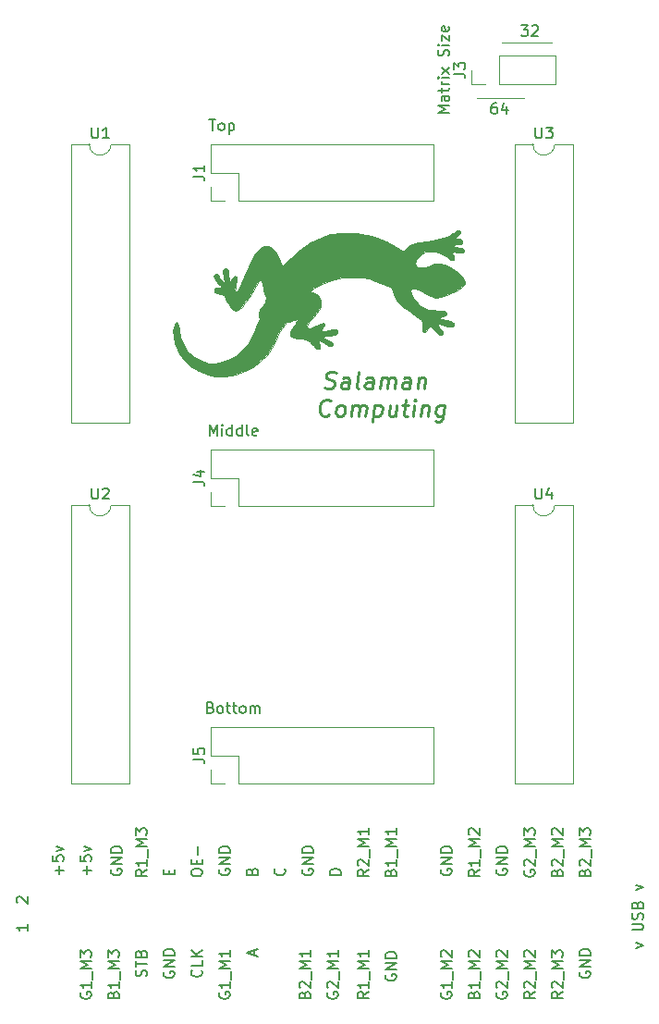
<source format=gbr>
G04 #@! TF.GenerationSoftware,KiCad,Pcbnew,(5.1.2-1)-1*
G04 #@! TF.CreationDate,2019-08-11T18:03:35-06:00*
G04 #@! TF.ProjectId,triple_hub75_v1,74726970-6c65-45f6-9875-6237355f7631,rev?*
G04 #@! TF.SameCoordinates,Original*
G04 #@! TF.FileFunction,Legend,Top*
G04 #@! TF.FilePolarity,Positive*
%FSLAX46Y46*%
G04 Gerber Fmt 4.6, Leading zero omitted, Abs format (unit mm)*
G04 Created by KiCad (PCBNEW (5.1.2-1)-1) date 2019-08-11 18:03:35*
%MOMM*%
%LPD*%
G04 APERTURE LIST*
%ADD10C,0.150000*%
%ADD11C,0.254000*%
%ADD12C,0.120000*%
%ADD13C,0.010000*%
G04 APERTURE END LIST*
D10*
X183332380Y-109545238D02*
X182856190Y-109878571D01*
X183332380Y-110116666D02*
X182332380Y-110116666D01*
X182332380Y-109735714D01*
X182380000Y-109640476D01*
X182427619Y-109592857D01*
X182522857Y-109545238D01*
X182665714Y-109545238D01*
X182760952Y-109592857D01*
X182808571Y-109640476D01*
X182856190Y-109735714D01*
X182856190Y-110116666D01*
X182427619Y-109164285D02*
X182380000Y-109116666D01*
X182332380Y-109021428D01*
X182332380Y-108783333D01*
X182380000Y-108688095D01*
X182427619Y-108640476D01*
X182522857Y-108592857D01*
X182618095Y-108592857D01*
X182760952Y-108640476D01*
X183332380Y-109211904D01*
X183332380Y-108592857D01*
X183427619Y-108402380D02*
X183427619Y-107640476D01*
X183332380Y-107402380D02*
X182332380Y-107402380D01*
X183046666Y-107069047D01*
X182332380Y-106735714D01*
X183332380Y-106735714D01*
X182332380Y-106354761D02*
X182332380Y-105735714D01*
X182713333Y-106069047D01*
X182713333Y-105926190D01*
X182760952Y-105830952D01*
X182808571Y-105783333D01*
X182903809Y-105735714D01*
X183141904Y-105735714D01*
X183237142Y-105783333D01*
X183284761Y-105830952D01*
X183332380Y-105926190D01*
X183332380Y-106211904D01*
X183284761Y-106307142D01*
X183237142Y-106354761D01*
X180792380Y-109545238D02*
X180316190Y-109878571D01*
X180792380Y-110116666D02*
X179792380Y-110116666D01*
X179792380Y-109735714D01*
X179840000Y-109640476D01*
X179887619Y-109592857D01*
X179982857Y-109545238D01*
X180125714Y-109545238D01*
X180220952Y-109592857D01*
X180268571Y-109640476D01*
X180316190Y-109735714D01*
X180316190Y-110116666D01*
X179887619Y-109164285D02*
X179840000Y-109116666D01*
X179792380Y-109021428D01*
X179792380Y-108783333D01*
X179840000Y-108688095D01*
X179887619Y-108640476D01*
X179982857Y-108592857D01*
X180078095Y-108592857D01*
X180220952Y-108640476D01*
X180792380Y-109211904D01*
X180792380Y-108592857D01*
X180887619Y-108402380D02*
X180887619Y-107640476D01*
X180792380Y-107402380D02*
X179792380Y-107402380D01*
X180506666Y-107069047D01*
X179792380Y-106735714D01*
X180792380Y-106735714D01*
X179887619Y-106307142D02*
X179840000Y-106259523D01*
X179792380Y-106164285D01*
X179792380Y-105926190D01*
X179840000Y-105830952D01*
X179887619Y-105783333D01*
X179982857Y-105735714D01*
X180078095Y-105735714D01*
X180220952Y-105783333D01*
X180792380Y-106354761D01*
X180792380Y-105735714D01*
X177300000Y-109592857D02*
X177252380Y-109688095D01*
X177252380Y-109830952D01*
X177300000Y-109973809D01*
X177395238Y-110069047D01*
X177490476Y-110116666D01*
X177680952Y-110164285D01*
X177823809Y-110164285D01*
X178014285Y-110116666D01*
X178109523Y-110069047D01*
X178204761Y-109973809D01*
X178252380Y-109830952D01*
X178252380Y-109735714D01*
X178204761Y-109592857D01*
X178157142Y-109545238D01*
X177823809Y-109545238D01*
X177823809Y-109735714D01*
X177347619Y-109164285D02*
X177300000Y-109116666D01*
X177252380Y-109021428D01*
X177252380Y-108783333D01*
X177300000Y-108688095D01*
X177347619Y-108640476D01*
X177442857Y-108592857D01*
X177538095Y-108592857D01*
X177680952Y-108640476D01*
X178252380Y-109211904D01*
X178252380Y-108592857D01*
X178347619Y-108402380D02*
X178347619Y-107640476D01*
X178252380Y-107402380D02*
X177252380Y-107402380D01*
X177966666Y-107069047D01*
X177252380Y-106735714D01*
X178252380Y-106735714D01*
X177347619Y-106307142D02*
X177300000Y-106259523D01*
X177252380Y-106164285D01*
X177252380Y-105926190D01*
X177300000Y-105830952D01*
X177347619Y-105783333D01*
X177442857Y-105735714D01*
X177538095Y-105735714D01*
X177680952Y-105783333D01*
X178252380Y-106354761D01*
X178252380Y-105735714D01*
X175188571Y-109783333D02*
X175236190Y-109640476D01*
X175283809Y-109592857D01*
X175379047Y-109545238D01*
X175521904Y-109545238D01*
X175617142Y-109592857D01*
X175664761Y-109640476D01*
X175712380Y-109735714D01*
X175712380Y-110116666D01*
X174712380Y-110116666D01*
X174712380Y-109783333D01*
X174760000Y-109688095D01*
X174807619Y-109640476D01*
X174902857Y-109592857D01*
X174998095Y-109592857D01*
X175093333Y-109640476D01*
X175140952Y-109688095D01*
X175188571Y-109783333D01*
X175188571Y-110116666D01*
X175712380Y-108592857D02*
X175712380Y-109164285D01*
X175712380Y-108878571D02*
X174712380Y-108878571D01*
X174855238Y-108973809D01*
X174950476Y-109069047D01*
X174998095Y-109164285D01*
X175807619Y-108402380D02*
X175807619Y-107640476D01*
X175712380Y-107402380D02*
X174712380Y-107402380D01*
X175426666Y-107069047D01*
X174712380Y-106735714D01*
X175712380Y-106735714D01*
X174807619Y-106307142D02*
X174760000Y-106259523D01*
X174712380Y-106164285D01*
X174712380Y-105926190D01*
X174760000Y-105830952D01*
X174807619Y-105783333D01*
X174902857Y-105735714D01*
X174998095Y-105735714D01*
X175140952Y-105783333D01*
X175712380Y-106354761D01*
X175712380Y-105735714D01*
X172220000Y-109592857D02*
X172172380Y-109688095D01*
X172172380Y-109830952D01*
X172220000Y-109973809D01*
X172315238Y-110069047D01*
X172410476Y-110116666D01*
X172600952Y-110164285D01*
X172743809Y-110164285D01*
X172934285Y-110116666D01*
X173029523Y-110069047D01*
X173124761Y-109973809D01*
X173172380Y-109830952D01*
X173172380Y-109735714D01*
X173124761Y-109592857D01*
X173077142Y-109545238D01*
X172743809Y-109545238D01*
X172743809Y-109735714D01*
X173172380Y-108592857D02*
X173172380Y-109164285D01*
X173172380Y-108878571D02*
X172172380Y-108878571D01*
X172315238Y-108973809D01*
X172410476Y-109069047D01*
X172458095Y-109164285D01*
X173267619Y-108402380D02*
X173267619Y-107640476D01*
X173172380Y-107402380D02*
X172172380Y-107402380D01*
X172886666Y-107069047D01*
X172172380Y-106735714D01*
X173172380Y-106735714D01*
X172267619Y-106307142D02*
X172220000Y-106259523D01*
X172172380Y-106164285D01*
X172172380Y-105926190D01*
X172220000Y-105830952D01*
X172267619Y-105783333D01*
X172362857Y-105735714D01*
X172458095Y-105735714D01*
X172600952Y-105783333D01*
X173172380Y-106354761D01*
X173172380Y-105735714D01*
X167140000Y-107949904D02*
X167092380Y-108045142D01*
X167092380Y-108188000D01*
X167140000Y-108330857D01*
X167235238Y-108426095D01*
X167330476Y-108473714D01*
X167520952Y-108521333D01*
X167663809Y-108521333D01*
X167854285Y-108473714D01*
X167949523Y-108426095D01*
X168044761Y-108330857D01*
X168092380Y-108188000D01*
X168092380Y-108092761D01*
X168044761Y-107949904D01*
X167997142Y-107902285D01*
X167663809Y-107902285D01*
X167663809Y-108092761D01*
X168092380Y-107473714D02*
X167092380Y-107473714D01*
X168092380Y-106902285D01*
X167092380Y-106902285D01*
X168092380Y-106426095D02*
X167092380Y-106426095D01*
X167092380Y-106188000D01*
X167140000Y-106045142D01*
X167235238Y-105949904D01*
X167330476Y-105902285D01*
X167520952Y-105854666D01*
X167663809Y-105854666D01*
X167854285Y-105902285D01*
X167949523Y-105949904D01*
X168044761Y-106045142D01*
X168092380Y-106188000D01*
X168092380Y-106426095D01*
X165552380Y-109545238D02*
X165076190Y-109878571D01*
X165552380Y-110116666D02*
X164552380Y-110116666D01*
X164552380Y-109735714D01*
X164600000Y-109640476D01*
X164647619Y-109592857D01*
X164742857Y-109545238D01*
X164885714Y-109545238D01*
X164980952Y-109592857D01*
X165028571Y-109640476D01*
X165076190Y-109735714D01*
X165076190Y-110116666D01*
X165552380Y-108592857D02*
X165552380Y-109164285D01*
X165552380Y-108878571D02*
X164552380Y-108878571D01*
X164695238Y-108973809D01*
X164790476Y-109069047D01*
X164838095Y-109164285D01*
X165647619Y-108402380D02*
X165647619Y-107640476D01*
X165552380Y-107402380D02*
X164552380Y-107402380D01*
X165266666Y-107069047D01*
X164552380Y-106735714D01*
X165552380Y-106735714D01*
X165552380Y-105735714D02*
X165552380Y-106307142D01*
X165552380Y-106021428D02*
X164552380Y-106021428D01*
X164695238Y-106116666D01*
X164790476Y-106211904D01*
X164838095Y-106307142D01*
X161806000Y-109592857D02*
X161758380Y-109688095D01*
X161758380Y-109830952D01*
X161806000Y-109973809D01*
X161901238Y-110069047D01*
X161996476Y-110116666D01*
X162186952Y-110164285D01*
X162329809Y-110164285D01*
X162520285Y-110116666D01*
X162615523Y-110069047D01*
X162710761Y-109973809D01*
X162758380Y-109830952D01*
X162758380Y-109735714D01*
X162710761Y-109592857D01*
X162663142Y-109545238D01*
X162329809Y-109545238D01*
X162329809Y-109735714D01*
X161853619Y-109164285D02*
X161806000Y-109116666D01*
X161758380Y-109021428D01*
X161758380Y-108783333D01*
X161806000Y-108688095D01*
X161853619Y-108640476D01*
X161948857Y-108592857D01*
X162044095Y-108592857D01*
X162186952Y-108640476D01*
X162758380Y-109211904D01*
X162758380Y-108592857D01*
X162853619Y-108402380D02*
X162853619Y-107640476D01*
X162758380Y-107402380D02*
X161758380Y-107402380D01*
X162472666Y-107069047D01*
X161758380Y-106735714D01*
X162758380Y-106735714D01*
X162758380Y-105735714D02*
X162758380Y-106307142D01*
X162758380Y-106021428D02*
X161758380Y-106021428D01*
X161901238Y-106116666D01*
X161996476Y-106211904D01*
X162044095Y-106307142D01*
X159694571Y-109783333D02*
X159742190Y-109640476D01*
X159789809Y-109592857D01*
X159885047Y-109545238D01*
X160027904Y-109545238D01*
X160123142Y-109592857D01*
X160170761Y-109640476D01*
X160218380Y-109735714D01*
X160218380Y-110116666D01*
X159218380Y-110116666D01*
X159218380Y-109783333D01*
X159266000Y-109688095D01*
X159313619Y-109640476D01*
X159408857Y-109592857D01*
X159504095Y-109592857D01*
X159599333Y-109640476D01*
X159646952Y-109688095D01*
X159694571Y-109783333D01*
X159694571Y-110116666D01*
X159313619Y-109164285D02*
X159266000Y-109116666D01*
X159218380Y-109021428D01*
X159218380Y-108783333D01*
X159266000Y-108688095D01*
X159313619Y-108640476D01*
X159408857Y-108592857D01*
X159504095Y-108592857D01*
X159646952Y-108640476D01*
X160218380Y-109211904D01*
X160218380Y-108592857D01*
X160313619Y-108402380D02*
X160313619Y-107640476D01*
X160218380Y-107402380D02*
X159218380Y-107402380D01*
X159932666Y-107069047D01*
X159218380Y-106735714D01*
X160218380Y-106735714D01*
X160218380Y-105735714D02*
X160218380Y-106307142D01*
X160218380Y-106021428D02*
X159218380Y-106021428D01*
X159361238Y-106116666D01*
X159456476Y-106211904D01*
X159504095Y-106307142D01*
X155106666Y-106156095D02*
X155106666Y-105679904D01*
X155392380Y-106251333D02*
X154392380Y-105918000D01*
X155392380Y-105584666D01*
X151900000Y-109592857D02*
X151852380Y-109688095D01*
X151852380Y-109830952D01*
X151900000Y-109973809D01*
X151995238Y-110069047D01*
X152090476Y-110116666D01*
X152280952Y-110164285D01*
X152423809Y-110164285D01*
X152614285Y-110116666D01*
X152709523Y-110069047D01*
X152804761Y-109973809D01*
X152852380Y-109830952D01*
X152852380Y-109735714D01*
X152804761Y-109592857D01*
X152757142Y-109545238D01*
X152423809Y-109545238D01*
X152423809Y-109735714D01*
X152852380Y-108592857D02*
X152852380Y-109164285D01*
X152852380Y-108878571D02*
X151852380Y-108878571D01*
X151995238Y-108973809D01*
X152090476Y-109069047D01*
X152138095Y-109164285D01*
X152947619Y-108402380D02*
X152947619Y-107640476D01*
X152852380Y-107402380D02*
X151852380Y-107402380D01*
X152566666Y-107069047D01*
X151852380Y-106735714D01*
X152852380Y-106735714D01*
X152852380Y-105735714D02*
X152852380Y-106307142D01*
X152852380Y-106021428D02*
X151852380Y-106021428D01*
X151995238Y-106116666D01*
X152090476Y-106211904D01*
X152138095Y-106307142D01*
X150217142Y-107529238D02*
X150264761Y-107576857D01*
X150312380Y-107719714D01*
X150312380Y-107814952D01*
X150264761Y-107957809D01*
X150169523Y-108053047D01*
X150074285Y-108100666D01*
X149883809Y-108148285D01*
X149740952Y-108148285D01*
X149550476Y-108100666D01*
X149455238Y-108053047D01*
X149360000Y-107957809D01*
X149312380Y-107814952D01*
X149312380Y-107719714D01*
X149360000Y-107576857D01*
X149407619Y-107529238D01*
X150312380Y-106624476D02*
X150312380Y-107100666D01*
X149312380Y-107100666D01*
X150312380Y-106291142D02*
X149312380Y-106291142D01*
X150312380Y-105719714D02*
X149740952Y-106148285D01*
X149312380Y-105719714D02*
X149883809Y-106291142D01*
X146820000Y-107695904D02*
X146772380Y-107791142D01*
X146772380Y-107934000D01*
X146820000Y-108076857D01*
X146915238Y-108172095D01*
X147010476Y-108219714D01*
X147200952Y-108267333D01*
X147343809Y-108267333D01*
X147534285Y-108219714D01*
X147629523Y-108172095D01*
X147724761Y-108076857D01*
X147772380Y-107934000D01*
X147772380Y-107838761D01*
X147724761Y-107695904D01*
X147677142Y-107648285D01*
X147343809Y-107648285D01*
X147343809Y-107838761D01*
X147772380Y-107219714D02*
X146772380Y-107219714D01*
X147772380Y-106648285D01*
X146772380Y-106648285D01*
X147772380Y-106172095D02*
X146772380Y-106172095D01*
X146772380Y-105934000D01*
X146820000Y-105791142D01*
X146915238Y-105695904D01*
X147010476Y-105648285D01*
X147200952Y-105600666D01*
X147343809Y-105600666D01*
X147534285Y-105648285D01*
X147629523Y-105695904D01*
X147724761Y-105791142D01*
X147772380Y-105934000D01*
X147772380Y-106172095D01*
X145184761Y-108100666D02*
X145232380Y-107957809D01*
X145232380Y-107719714D01*
X145184761Y-107624476D01*
X145137142Y-107576857D01*
X145041904Y-107529238D01*
X144946666Y-107529238D01*
X144851428Y-107576857D01*
X144803809Y-107624476D01*
X144756190Y-107719714D01*
X144708571Y-107910190D01*
X144660952Y-108005428D01*
X144613333Y-108053047D01*
X144518095Y-108100666D01*
X144422857Y-108100666D01*
X144327619Y-108053047D01*
X144280000Y-108005428D01*
X144232380Y-107910190D01*
X144232380Y-107672095D01*
X144280000Y-107529238D01*
X144232380Y-107243523D02*
X144232380Y-106672095D01*
X145232380Y-106957809D02*
X144232380Y-106957809D01*
X144708571Y-106005428D02*
X144756190Y-105862571D01*
X144803809Y-105814952D01*
X144899047Y-105767333D01*
X145041904Y-105767333D01*
X145137142Y-105814952D01*
X145184761Y-105862571D01*
X145232380Y-105957809D01*
X145232380Y-106338761D01*
X144232380Y-106338761D01*
X144232380Y-106005428D01*
X144280000Y-105910190D01*
X144327619Y-105862571D01*
X144422857Y-105814952D01*
X144518095Y-105814952D01*
X144613333Y-105862571D01*
X144660952Y-105910190D01*
X144708571Y-106005428D01*
X144708571Y-106338761D01*
X142168571Y-109783333D02*
X142216190Y-109640476D01*
X142263809Y-109592857D01*
X142359047Y-109545238D01*
X142501904Y-109545238D01*
X142597142Y-109592857D01*
X142644761Y-109640476D01*
X142692380Y-109735714D01*
X142692380Y-110116666D01*
X141692380Y-110116666D01*
X141692380Y-109783333D01*
X141740000Y-109688095D01*
X141787619Y-109640476D01*
X141882857Y-109592857D01*
X141978095Y-109592857D01*
X142073333Y-109640476D01*
X142120952Y-109688095D01*
X142168571Y-109783333D01*
X142168571Y-110116666D01*
X142692380Y-108592857D02*
X142692380Y-109164285D01*
X142692380Y-108878571D02*
X141692380Y-108878571D01*
X141835238Y-108973809D01*
X141930476Y-109069047D01*
X141978095Y-109164285D01*
X142787619Y-108402380D02*
X142787619Y-107640476D01*
X142692380Y-107402380D02*
X141692380Y-107402380D01*
X142406666Y-107069047D01*
X141692380Y-106735714D01*
X142692380Y-106735714D01*
X141692380Y-106354761D02*
X141692380Y-105735714D01*
X142073333Y-106069047D01*
X142073333Y-105926190D01*
X142120952Y-105830952D01*
X142168571Y-105783333D01*
X142263809Y-105735714D01*
X142501904Y-105735714D01*
X142597142Y-105783333D01*
X142644761Y-105830952D01*
X142692380Y-105926190D01*
X142692380Y-106211904D01*
X142644761Y-106307142D01*
X142597142Y-106354761D01*
X139200000Y-109592857D02*
X139152380Y-109688095D01*
X139152380Y-109830952D01*
X139200000Y-109973809D01*
X139295238Y-110069047D01*
X139390476Y-110116666D01*
X139580952Y-110164285D01*
X139723809Y-110164285D01*
X139914285Y-110116666D01*
X140009523Y-110069047D01*
X140104761Y-109973809D01*
X140152380Y-109830952D01*
X140152380Y-109735714D01*
X140104761Y-109592857D01*
X140057142Y-109545238D01*
X139723809Y-109545238D01*
X139723809Y-109735714D01*
X140152380Y-108592857D02*
X140152380Y-109164285D01*
X140152380Y-108878571D02*
X139152380Y-108878571D01*
X139295238Y-108973809D01*
X139390476Y-109069047D01*
X139438095Y-109164285D01*
X140247619Y-108402380D02*
X140247619Y-107640476D01*
X140152380Y-107402380D02*
X139152380Y-107402380D01*
X139866666Y-107069047D01*
X139152380Y-106735714D01*
X140152380Y-106735714D01*
X139152380Y-106354761D02*
X139152380Y-105735714D01*
X139533333Y-106069047D01*
X139533333Y-105926190D01*
X139580952Y-105830952D01*
X139628571Y-105783333D01*
X139723809Y-105735714D01*
X139961904Y-105735714D01*
X140057142Y-105783333D01*
X140104761Y-105830952D01*
X140152380Y-105926190D01*
X140152380Y-106211904D01*
X140104761Y-106307142D01*
X140057142Y-106354761D01*
X182808571Y-98607333D02*
X182856190Y-98464476D01*
X182903809Y-98416857D01*
X182999047Y-98369238D01*
X183141904Y-98369238D01*
X183237142Y-98416857D01*
X183284761Y-98464476D01*
X183332380Y-98559714D01*
X183332380Y-98940666D01*
X182332380Y-98940666D01*
X182332380Y-98607333D01*
X182380000Y-98512095D01*
X182427619Y-98464476D01*
X182522857Y-98416857D01*
X182618095Y-98416857D01*
X182713333Y-98464476D01*
X182760952Y-98512095D01*
X182808571Y-98607333D01*
X182808571Y-98940666D01*
X182427619Y-97988285D02*
X182380000Y-97940666D01*
X182332380Y-97845428D01*
X182332380Y-97607333D01*
X182380000Y-97512095D01*
X182427619Y-97464476D01*
X182522857Y-97416857D01*
X182618095Y-97416857D01*
X182760952Y-97464476D01*
X183332380Y-98035904D01*
X183332380Y-97416857D01*
X183427619Y-97226380D02*
X183427619Y-96464476D01*
X183332380Y-96226380D02*
X182332380Y-96226380D01*
X183046666Y-95893047D01*
X182332380Y-95559714D01*
X183332380Y-95559714D01*
X182427619Y-95131142D02*
X182380000Y-95083523D01*
X182332380Y-94988285D01*
X182332380Y-94750190D01*
X182380000Y-94654952D01*
X182427619Y-94607333D01*
X182522857Y-94559714D01*
X182618095Y-94559714D01*
X182760952Y-94607333D01*
X183332380Y-95178761D01*
X183332380Y-94559714D01*
X179840000Y-98416857D02*
X179792380Y-98512095D01*
X179792380Y-98654952D01*
X179840000Y-98797809D01*
X179935238Y-98893047D01*
X180030476Y-98940666D01*
X180220952Y-98988285D01*
X180363809Y-98988285D01*
X180554285Y-98940666D01*
X180649523Y-98893047D01*
X180744761Y-98797809D01*
X180792380Y-98654952D01*
X180792380Y-98559714D01*
X180744761Y-98416857D01*
X180697142Y-98369238D01*
X180363809Y-98369238D01*
X180363809Y-98559714D01*
X179887619Y-97988285D02*
X179840000Y-97940666D01*
X179792380Y-97845428D01*
X179792380Y-97607333D01*
X179840000Y-97512095D01*
X179887619Y-97464476D01*
X179982857Y-97416857D01*
X180078095Y-97416857D01*
X180220952Y-97464476D01*
X180792380Y-98035904D01*
X180792380Y-97416857D01*
X180887619Y-97226380D02*
X180887619Y-96464476D01*
X180792380Y-96226380D02*
X179792380Y-96226380D01*
X180506666Y-95893047D01*
X179792380Y-95559714D01*
X180792380Y-95559714D01*
X179792380Y-95178761D02*
X179792380Y-94559714D01*
X180173333Y-94893047D01*
X180173333Y-94750190D01*
X180220952Y-94654952D01*
X180268571Y-94607333D01*
X180363809Y-94559714D01*
X180601904Y-94559714D01*
X180697142Y-94607333D01*
X180744761Y-94654952D01*
X180792380Y-94750190D01*
X180792380Y-95035904D01*
X180744761Y-95131142D01*
X180697142Y-95178761D01*
X175712380Y-98369238D02*
X175236190Y-98702571D01*
X175712380Y-98940666D02*
X174712380Y-98940666D01*
X174712380Y-98559714D01*
X174760000Y-98464476D01*
X174807619Y-98416857D01*
X174902857Y-98369238D01*
X175045714Y-98369238D01*
X175140952Y-98416857D01*
X175188571Y-98464476D01*
X175236190Y-98559714D01*
X175236190Y-98940666D01*
X175712380Y-97416857D02*
X175712380Y-97988285D01*
X175712380Y-97702571D02*
X174712380Y-97702571D01*
X174855238Y-97797809D01*
X174950476Y-97893047D01*
X174998095Y-97988285D01*
X175807619Y-97226380D02*
X175807619Y-96464476D01*
X175712380Y-96226380D02*
X174712380Y-96226380D01*
X175426666Y-95893047D01*
X174712380Y-95559714D01*
X175712380Y-95559714D01*
X174807619Y-95131142D02*
X174760000Y-95083523D01*
X174712380Y-94988285D01*
X174712380Y-94750190D01*
X174760000Y-94654952D01*
X174807619Y-94607333D01*
X174902857Y-94559714D01*
X174998095Y-94559714D01*
X175140952Y-94607333D01*
X175712380Y-95178761D01*
X175712380Y-94559714D01*
X177300000Y-98297904D02*
X177252380Y-98393142D01*
X177252380Y-98536000D01*
X177300000Y-98678857D01*
X177395238Y-98774095D01*
X177490476Y-98821714D01*
X177680952Y-98869333D01*
X177823809Y-98869333D01*
X178014285Y-98821714D01*
X178109523Y-98774095D01*
X178204761Y-98678857D01*
X178252380Y-98536000D01*
X178252380Y-98440761D01*
X178204761Y-98297904D01*
X178157142Y-98250285D01*
X177823809Y-98250285D01*
X177823809Y-98440761D01*
X178252380Y-97821714D02*
X177252380Y-97821714D01*
X178252380Y-97250285D01*
X177252380Y-97250285D01*
X178252380Y-96774095D02*
X177252380Y-96774095D01*
X177252380Y-96536000D01*
X177300000Y-96393142D01*
X177395238Y-96297904D01*
X177490476Y-96250285D01*
X177680952Y-96202666D01*
X177823809Y-96202666D01*
X178014285Y-96250285D01*
X178109523Y-96297904D01*
X178204761Y-96393142D01*
X178252380Y-96536000D01*
X178252380Y-96774095D01*
X172220000Y-98297904D02*
X172172380Y-98393142D01*
X172172380Y-98536000D01*
X172220000Y-98678857D01*
X172315238Y-98774095D01*
X172410476Y-98821714D01*
X172600952Y-98869333D01*
X172743809Y-98869333D01*
X172934285Y-98821714D01*
X173029523Y-98774095D01*
X173124761Y-98678857D01*
X173172380Y-98536000D01*
X173172380Y-98440761D01*
X173124761Y-98297904D01*
X173077142Y-98250285D01*
X172743809Y-98250285D01*
X172743809Y-98440761D01*
X173172380Y-97821714D02*
X172172380Y-97821714D01*
X173172380Y-97250285D01*
X172172380Y-97250285D01*
X173172380Y-96774095D02*
X172172380Y-96774095D01*
X172172380Y-96536000D01*
X172220000Y-96393142D01*
X172315238Y-96297904D01*
X172410476Y-96250285D01*
X172600952Y-96202666D01*
X172743809Y-96202666D01*
X172934285Y-96250285D01*
X173029523Y-96297904D01*
X173124761Y-96393142D01*
X173172380Y-96536000D01*
X173172380Y-96774095D01*
X167568571Y-98607333D02*
X167616190Y-98464476D01*
X167663809Y-98416857D01*
X167759047Y-98369238D01*
X167901904Y-98369238D01*
X167997142Y-98416857D01*
X168044761Y-98464476D01*
X168092380Y-98559714D01*
X168092380Y-98940666D01*
X167092380Y-98940666D01*
X167092380Y-98607333D01*
X167140000Y-98512095D01*
X167187619Y-98464476D01*
X167282857Y-98416857D01*
X167378095Y-98416857D01*
X167473333Y-98464476D01*
X167520952Y-98512095D01*
X167568571Y-98607333D01*
X167568571Y-98940666D01*
X168092380Y-97416857D02*
X168092380Y-97988285D01*
X168092380Y-97702571D02*
X167092380Y-97702571D01*
X167235238Y-97797809D01*
X167330476Y-97893047D01*
X167378095Y-97988285D01*
X168187619Y-97226380D02*
X168187619Y-96464476D01*
X168092380Y-96226380D02*
X167092380Y-96226380D01*
X167806666Y-95893047D01*
X167092380Y-95559714D01*
X168092380Y-95559714D01*
X168092380Y-94559714D02*
X168092380Y-95131142D01*
X168092380Y-94845428D02*
X167092380Y-94845428D01*
X167235238Y-94940666D01*
X167330476Y-95035904D01*
X167378095Y-95131142D01*
X165552380Y-98369238D02*
X165076190Y-98702571D01*
X165552380Y-98940666D02*
X164552380Y-98940666D01*
X164552380Y-98559714D01*
X164600000Y-98464476D01*
X164647619Y-98416857D01*
X164742857Y-98369238D01*
X164885714Y-98369238D01*
X164980952Y-98416857D01*
X165028571Y-98464476D01*
X165076190Y-98559714D01*
X165076190Y-98940666D01*
X164647619Y-97988285D02*
X164600000Y-97940666D01*
X164552380Y-97845428D01*
X164552380Y-97607333D01*
X164600000Y-97512095D01*
X164647619Y-97464476D01*
X164742857Y-97416857D01*
X164838095Y-97416857D01*
X164980952Y-97464476D01*
X165552380Y-98035904D01*
X165552380Y-97416857D01*
X165647619Y-97226380D02*
X165647619Y-96464476D01*
X165552380Y-96226380D02*
X164552380Y-96226380D01*
X165266666Y-95893047D01*
X164552380Y-95559714D01*
X165552380Y-95559714D01*
X165552380Y-94559714D02*
X165552380Y-95131142D01*
X165552380Y-94845428D02*
X164552380Y-94845428D01*
X164695238Y-94940666D01*
X164790476Y-95035904D01*
X164838095Y-95131142D01*
X163012380Y-98813904D02*
X162012380Y-98813904D01*
X162012380Y-98575809D01*
X162060000Y-98432952D01*
X162155238Y-98337714D01*
X162250476Y-98290095D01*
X162440952Y-98242476D01*
X162583809Y-98242476D01*
X162774285Y-98290095D01*
X162869523Y-98337714D01*
X162964761Y-98432952D01*
X163012380Y-98575809D01*
X163012380Y-98813904D01*
X159520000Y-98297904D02*
X159472380Y-98393142D01*
X159472380Y-98536000D01*
X159520000Y-98678857D01*
X159615238Y-98774095D01*
X159710476Y-98821714D01*
X159900952Y-98869333D01*
X160043809Y-98869333D01*
X160234285Y-98821714D01*
X160329523Y-98774095D01*
X160424761Y-98678857D01*
X160472380Y-98536000D01*
X160472380Y-98440761D01*
X160424761Y-98297904D01*
X160377142Y-98250285D01*
X160043809Y-98250285D01*
X160043809Y-98440761D01*
X160472380Y-97821714D02*
X159472380Y-97821714D01*
X160472380Y-97250285D01*
X159472380Y-97250285D01*
X160472380Y-96774095D02*
X159472380Y-96774095D01*
X159472380Y-96536000D01*
X159520000Y-96393142D01*
X159615238Y-96297904D01*
X159710476Y-96250285D01*
X159900952Y-96202666D01*
X160043809Y-96202666D01*
X160234285Y-96250285D01*
X160329523Y-96297904D01*
X160424761Y-96393142D01*
X160472380Y-96536000D01*
X160472380Y-96774095D01*
X151900000Y-98297904D02*
X151852380Y-98393142D01*
X151852380Y-98536000D01*
X151900000Y-98678857D01*
X151995238Y-98774095D01*
X152090476Y-98821714D01*
X152280952Y-98869333D01*
X152423809Y-98869333D01*
X152614285Y-98821714D01*
X152709523Y-98774095D01*
X152804761Y-98678857D01*
X152852380Y-98536000D01*
X152852380Y-98440761D01*
X152804761Y-98297904D01*
X152757142Y-98250285D01*
X152423809Y-98250285D01*
X152423809Y-98440761D01*
X152852380Y-97821714D02*
X151852380Y-97821714D01*
X152852380Y-97250285D01*
X151852380Y-97250285D01*
X152852380Y-96774095D02*
X151852380Y-96774095D01*
X151852380Y-96536000D01*
X151900000Y-96393142D01*
X151995238Y-96297904D01*
X152090476Y-96250285D01*
X152280952Y-96202666D01*
X152423809Y-96202666D01*
X152614285Y-96250285D01*
X152709523Y-96297904D01*
X152804761Y-96393142D01*
X152852380Y-96536000D01*
X152852380Y-96774095D01*
X157837142Y-98242476D02*
X157884761Y-98290095D01*
X157932380Y-98432952D01*
X157932380Y-98528190D01*
X157884761Y-98671047D01*
X157789523Y-98766285D01*
X157694285Y-98813904D01*
X157503809Y-98861523D01*
X157360952Y-98861523D01*
X157170476Y-98813904D01*
X157075238Y-98766285D01*
X156980000Y-98671047D01*
X156932380Y-98528190D01*
X156932380Y-98432952D01*
X156980000Y-98290095D01*
X157027619Y-98242476D01*
X154868571Y-98480571D02*
X154916190Y-98337714D01*
X154963809Y-98290095D01*
X155059047Y-98242476D01*
X155201904Y-98242476D01*
X155297142Y-98290095D01*
X155344761Y-98337714D01*
X155392380Y-98432952D01*
X155392380Y-98813904D01*
X154392380Y-98813904D01*
X154392380Y-98480571D01*
X154440000Y-98385333D01*
X154487619Y-98337714D01*
X154582857Y-98290095D01*
X154678095Y-98290095D01*
X154773333Y-98337714D01*
X154820952Y-98385333D01*
X154868571Y-98480571D01*
X154868571Y-98813904D01*
X149312380Y-98702666D02*
X149312380Y-98512190D01*
X149360000Y-98416952D01*
X149455238Y-98321714D01*
X149645714Y-98274095D01*
X149979047Y-98274095D01*
X150169523Y-98321714D01*
X150264761Y-98416952D01*
X150312380Y-98512190D01*
X150312380Y-98702666D01*
X150264761Y-98797904D01*
X150169523Y-98893142D01*
X149979047Y-98940761D01*
X149645714Y-98940761D01*
X149455238Y-98893142D01*
X149360000Y-98797904D01*
X149312380Y-98702666D01*
X149788571Y-97845523D02*
X149788571Y-97512190D01*
X150312380Y-97369333D02*
X150312380Y-97845523D01*
X149312380Y-97845523D01*
X149312380Y-97369333D01*
X149931428Y-96940761D02*
X149931428Y-96178857D01*
X147248571Y-98766285D02*
X147248571Y-98432952D01*
X147772380Y-98290095D02*
X147772380Y-98766285D01*
X146772380Y-98766285D01*
X146772380Y-98290095D01*
X145232380Y-98369238D02*
X144756190Y-98702571D01*
X145232380Y-98940666D02*
X144232380Y-98940666D01*
X144232380Y-98559714D01*
X144280000Y-98464476D01*
X144327619Y-98416857D01*
X144422857Y-98369238D01*
X144565714Y-98369238D01*
X144660952Y-98416857D01*
X144708571Y-98464476D01*
X144756190Y-98559714D01*
X144756190Y-98940666D01*
X145232380Y-97416857D02*
X145232380Y-97988285D01*
X145232380Y-97702571D02*
X144232380Y-97702571D01*
X144375238Y-97797809D01*
X144470476Y-97893047D01*
X144518095Y-97988285D01*
X145327619Y-97226380D02*
X145327619Y-96464476D01*
X145232380Y-96226380D02*
X144232380Y-96226380D01*
X144946666Y-95893047D01*
X144232380Y-95559714D01*
X145232380Y-95559714D01*
X144232380Y-95178761D02*
X144232380Y-94559714D01*
X144613333Y-94893047D01*
X144613333Y-94750190D01*
X144660952Y-94654952D01*
X144708571Y-94607333D01*
X144803809Y-94559714D01*
X145041904Y-94559714D01*
X145137142Y-94607333D01*
X145184761Y-94654952D01*
X145232380Y-94750190D01*
X145232380Y-95035904D01*
X145184761Y-95131142D01*
X145137142Y-95178761D01*
X141994000Y-98297904D02*
X141946380Y-98393142D01*
X141946380Y-98536000D01*
X141994000Y-98678857D01*
X142089238Y-98774095D01*
X142184476Y-98821714D01*
X142374952Y-98869333D01*
X142517809Y-98869333D01*
X142708285Y-98821714D01*
X142803523Y-98774095D01*
X142898761Y-98678857D01*
X142946380Y-98536000D01*
X142946380Y-98440761D01*
X142898761Y-98297904D01*
X142851142Y-98250285D01*
X142517809Y-98250285D01*
X142517809Y-98440761D01*
X142946380Y-97821714D02*
X141946380Y-97821714D01*
X142946380Y-97250285D01*
X141946380Y-97250285D01*
X142946380Y-96774095D02*
X141946380Y-96774095D01*
X141946380Y-96536000D01*
X141994000Y-96393142D01*
X142089238Y-96297904D01*
X142184476Y-96250285D01*
X142374952Y-96202666D01*
X142517809Y-96202666D01*
X142708285Y-96250285D01*
X142803523Y-96297904D01*
X142898761Y-96393142D01*
X142946380Y-96536000D01*
X142946380Y-96774095D01*
X139771428Y-98774095D02*
X139771428Y-98012190D01*
X140152380Y-98393142D02*
X139390476Y-98393142D01*
X139152380Y-97059809D02*
X139152380Y-97536000D01*
X139628571Y-97583619D01*
X139580952Y-97536000D01*
X139533333Y-97440761D01*
X139533333Y-97202666D01*
X139580952Y-97107428D01*
X139628571Y-97059809D01*
X139723809Y-97012190D01*
X139961904Y-97012190D01*
X140057142Y-97059809D01*
X140104761Y-97107428D01*
X140152380Y-97202666D01*
X140152380Y-97440761D01*
X140104761Y-97536000D01*
X140057142Y-97583619D01*
X139485714Y-96678857D02*
X140152380Y-96440761D01*
X139485714Y-96202666D01*
X137231428Y-98774095D02*
X137231428Y-98012190D01*
X137612380Y-98393142D02*
X136850476Y-98393142D01*
X136612380Y-97059809D02*
X136612380Y-97536000D01*
X137088571Y-97583619D01*
X137040952Y-97536000D01*
X136993333Y-97440761D01*
X136993333Y-97202666D01*
X137040952Y-97107428D01*
X137088571Y-97059809D01*
X137183809Y-97012190D01*
X137421904Y-97012190D01*
X137517142Y-97059809D01*
X137564761Y-97107428D01*
X137612380Y-97202666D01*
X137612380Y-97440761D01*
X137564761Y-97536000D01*
X137517142Y-97583619D01*
X136945714Y-96678857D02*
X137612380Y-96440761D01*
X136945714Y-96202666D01*
X185348571Y-98607333D02*
X185396190Y-98464476D01*
X185443809Y-98416857D01*
X185539047Y-98369238D01*
X185681904Y-98369238D01*
X185777142Y-98416857D01*
X185824761Y-98464476D01*
X185872380Y-98559714D01*
X185872380Y-98940666D01*
X184872380Y-98940666D01*
X184872380Y-98607333D01*
X184920000Y-98512095D01*
X184967619Y-98464476D01*
X185062857Y-98416857D01*
X185158095Y-98416857D01*
X185253333Y-98464476D01*
X185300952Y-98512095D01*
X185348571Y-98607333D01*
X185348571Y-98940666D01*
X184967619Y-97988285D02*
X184920000Y-97940666D01*
X184872380Y-97845428D01*
X184872380Y-97607333D01*
X184920000Y-97512095D01*
X184967619Y-97464476D01*
X185062857Y-97416857D01*
X185158095Y-97416857D01*
X185300952Y-97464476D01*
X185872380Y-98035904D01*
X185872380Y-97416857D01*
X185967619Y-97226380D02*
X185967619Y-96464476D01*
X185872380Y-96226380D02*
X184872380Y-96226380D01*
X185586666Y-95893047D01*
X184872380Y-95559714D01*
X185872380Y-95559714D01*
X184872380Y-95178761D02*
X184872380Y-94559714D01*
X185253333Y-94893047D01*
X185253333Y-94750190D01*
X185300952Y-94654952D01*
X185348571Y-94607333D01*
X185443809Y-94559714D01*
X185681904Y-94559714D01*
X185777142Y-94607333D01*
X185824761Y-94654952D01*
X185872380Y-94750190D01*
X185872380Y-95035904D01*
X185824761Y-95131142D01*
X185777142Y-95178761D01*
X184920000Y-107695904D02*
X184872380Y-107791142D01*
X184872380Y-107934000D01*
X184920000Y-108076857D01*
X185015238Y-108172095D01*
X185110476Y-108219714D01*
X185300952Y-108267333D01*
X185443809Y-108267333D01*
X185634285Y-108219714D01*
X185729523Y-108172095D01*
X185824761Y-108076857D01*
X185872380Y-107934000D01*
X185872380Y-107838761D01*
X185824761Y-107695904D01*
X185777142Y-107648285D01*
X185443809Y-107648285D01*
X185443809Y-107838761D01*
X185872380Y-107219714D02*
X184872380Y-107219714D01*
X185872380Y-106648285D01*
X184872380Y-106648285D01*
X185872380Y-106172095D02*
X184872380Y-106172095D01*
X184872380Y-105934000D01*
X184920000Y-105791142D01*
X185015238Y-105695904D01*
X185110476Y-105648285D01*
X185300952Y-105600666D01*
X185443809Y-105600666D01*
X185634285Y-105648285D01*
X185729523Y-105695904D01*
X185824761Y-105791142D01*
X185872380Y-105934000D01*
X185872380Y-106172095D01*
X133405619Y-101377714D02*
X133358000Y-101330095D01*
X133310380Y-101234857D01*
X133310380Y-100996761D01*
X133358000Y-100901523D01*
X133405619Y-100853904D01*
X133500857Y-100806285D01*
X133596095Y-100806285D01*
X133738952Y-100853904D01*
X134310380Y-101425333D01*
X134310380Y-100806285D01*
X134310380Y-103346285D02*
X134310380Y-103917714D01*
X134310380Y-103632000D02*
X133310380Y-103632000D01*
X133453238Y-103727238D01*
X133548476Y-103822476D01*
X133596095Y-103917714D01*
X151090571Y-83494571D02*
X151233428Y-83542190D01*
X151281047Y-83589809D01*
X151328666Y-83685047D01*
X151328666Y-83827904D01*
X151281047Y-83923142D01*
X151233428Y-83970761D01*
X151138190Y-84018380D01*
X150757238Y-84018380D01*
X150757238Y-83018380D01*
X151090571Y-83018380D01*
X151185809Y-83066000D01*
X151233428Y-83113619D01*
X151281047Y-83208857D01*
X151281047Y-83304095D01*
X151233428Y-83399333D01*
X151185809Y-83446952D01*
X151090571Y-83494571D01*
X150757238Y-83494571D01*
X151900095Y-84018380D02*
X151804857Y-83970761D01*
X151757238Y-83923142D01*
X151709619Y-83827904D01*
X151709619Y-83542190D01*
X151757238Y-83446952D01*
X151804857Y-83399333D01*
X151900095Y-83351714D01*
X152042952Y-83351714D01*
X152138190Y-83399333D01*
X152185809Y-83446952D01*
X152233428Y-83542190D01*
X152233428Y-83827904D01*
X152185809Y-83923142D01*
X152138190Y-83970761D01*
X152042952Y-84018380D01*
X151900095Y-84018380D01*
X152519142Y-83351714D02*
X152900095Y-83351714D01*
X152662000Y-83018380D02*
X152662000Y-83875523D01*
X152709619Y-83970761D01*
X152804857Y-84018380D01*
X152900095Y-84018380D01*
X153090571Y-83351714D02*
X153471523Y-83351714D01*
X153233428Y-83018380D02*
X153233428Y-83875523D01*
X153281047Y-83970761D01*
X153376285Y-84018380D01*
X153471523Y-84018380D01*
X153947714Y-84018380D02*
X153852476Y-83970761D01*
X153804857Y-83923142D01*
X153757238Y-83827904D01*
X153757238Y-83542190D01*
X153804857Y-83446952D01*
X153852476Y-83399333D01*
X153947714Y-83351714D01*
X154090571Y-83351714D01*
X154185809Y-83399333D01*
X154233428Y-83446952D01*
X154281047Y-83542190D01*
X154281047Y-83827904D01*
X154233428Y-83923142D01*
X154185809Y-83970761D01*
X154090571Y-84018380D01*
X153947714Y-84018380D01*
X154709619Y-84018380D02*
X154709619Y-83351714D01*
X154709619Y-83446952D02*
X154757238Y-83399333D01*
X154852476Y-83351714D01*
X154995333Y-83351714D01*
X155090571Y-83399333D01*
X155138190Y-83494571D01*
X155138190Y-84018380D01*
X155138190Y-83494571D02*
X155185809Y-83399333D01*
X155281047Y-83351714D01*
X155423904Y-83351714D01*
X155519142Y-83399333D01*
X155566761Y-83494571D01*
X155566761Y-84018380D01*
X150995333Y-58618380D02*
X150995333Y-57618380D01*
X151328666Y-58332666D01*
X151662000Y-57618380D01*
X151662000Y-58618380D01*
X152138190Y-58618380D02*
X152138190Y-57951714D01*
X152138190Y-57618380D02*
X152090571Y-57666000D01*
X152138190Y-57713619D01*
X152185809Y-57666000D01*
X152138190Y-57618380D01*
X152138190Y-57713619D01*
X153042952Y-58618380D02*
X153042952Y-57618380D01*
X153042952Y-58570761D02*
X152947714Y-58618380D01*
X152757238Y-58618380D01*
X152662000Y-58570761D01*
X152614380Y-58523142D01*
X152566761Y-58427904D01*
X152566761Y-58142190D01*
X152614380Y-58046952D01*
X152662000Y-57999333D01*
X152757238Y-57951714D01*
X152947714Y-57951714D01*
X153042952Y-57999333D01*
X153947714Y-58618380D02*
X153947714Y-57618380D01*
X153947714Y-58570761D02*
X153852476Y-58618380D01*
X153662000Y-58618380D01*
X153566761Y-58570761D01*
X153519142Y-58523142D01*
X153471523Y-58427904D01*
X153471523Y-58142190D01*
X153519142Y-58046952D01*
X153566761Y-57999333D01*
X153662000Y-57951714D01*
X153852476Y-57951714D01*
X153947714Y-57999333D01*
X154566761Y-58618380D02*
X154471523Y-58570761D01*
X154423904Y-58475523D01*
X154423904Y-57618380D01*
X155328666Y-58570761D02*
X155233428Y-58618380D01*
X155042952Y-58618380D01*
X154947714Y-58570761D01*
X154900095Y-58475523D01*
X154900095Y-58094571D01*
X154947714Y-57999333D01*
X155042952Y-57951714D01*
X155233428Y-57951714D01*
X155328666Y-57999333D01*
X155376285Y-58094571D01*
X155376285Y-58189809D01*
X154900095Y-58285047D01*
X150955523Y-29678380D02*
X151526952Y-29678380D01*
X151241238Y-30678380D02*
X151241238Y-29678380D01*
X152003142Y-30678380D02*
X151907904Y-30630761D01*
X151860285Y-30583142D01*
X151812666Y-30487904D01*
X151812666Y-30202190D01*
X151860285Y-30106952D01*
X151907904Y-30059333D01*
X152003142Y-30011714D01*
X152146000Y-30011714D01*
X152241238Y-30059333D01*
X152288857Y-30106952D01*
X152336476Y-30202190D01*
X152336476Y-30487904D01*
X152288857Y-30583142D01*
X152241238Y-30630761D01*
X152146000Y-30678380D01*
X152003142Y-30678380D01*
X152765047Y-30011714D02*
X152765047Y-31011714D01*
X152765047Y-30059333D02*
X152860285Y-30011714D01*
X153050761Y-30011714D01*
X153146000Y-30059333D01*
X153193619Y-30106952D01*
X153241238Y-30202190D01*
X153241238Y-30487904D01*
X153193619Y-30583142D01*
X153146000Y-30630761D01*
X153050761Y-30678380D01*
X152860285Y-30678380D01*
X152765047Y-30630761D01*
D11*
X161543773Y-54210857D02*
X161752416Y-54283428D01*
X162115273Y-54283428D01*
X162269487Y-54210857D01*
X162351130Y-54138285D01*
X162441844Y-53993142D01*
X162459987Y-53848000D01*
X162405558Y-53702857D01*
X162342058Y-53630285D01*
X162205987Y-53557714D01*
X161924773Y-53485142D01*
X161788701Y-53412571D01*
X161725201Y-53340000D01*
X161670773Y-53194857D01*
X161688916Y-53049714D01*
X161779630Y-52904571D01*
X161861273Y-52832000D01*
X162015487Y-52759428D01*
X162378344Y-52759428D01*
X162586987Y-52832000D01*
X163711844Y-54283428D02*
X163811630Y-53485142D01*
X163757201Y-53340000D01*
X163621130Y-53267428D01*
X163330844Y-53267428D01*
X163176630Y-53340000D01*
X163720916Y-54210857D02*
X163566701Y-54283428D01*
X163203844Y-54283428D01*
X163067773Y-54210857D01*
X163013344Y-54065714D01*
X163031487Y-53920571D01*
X163122201Y-53775428D01*
X163276416Y-53702857D01*
X163639273Y-53702857D01*
X163793487Y-53630285D01*
X164655273Y-54283428D02*
X164519201Y-54210857D01*
X164464773Y-54065714D01*
X164628058Y-52759428D01*
X165888987Y-54283428D02*
X165988773Y-53485142D01*
X165934344Y-53340000D01*
X165798273Y-53267428D01*
X165507987Y-53267428D01*
X165353773Y-53340000D01*
X165898058Y-54210857D02*
X165743844Y-54283428D01*
X165380987Y-54283428D01*
X165244916Y-54210857D01*
X165190487Y-54065714D01*
X165208630Y-53920571D01*
X165299344Y-53775428D01*
X165453558Y-53702857D01*
X165816416Y-53702857D01*
X165970630Y-53630285D01*
X166614701Y-54283428D02*
X166741701Y-53267428D01*
X166723558Y-53412571D02*
X166805201Y-53340000D01*
X166959416Y-53267428D01*
X167177130Y-53267428D01*
X167313201Y-53340000D01*
X167367630Y-53485142D01*
X167267844Y-54283428D01*
X167367630Y-53485142D02*
X167458344Y-53340000D01*
X167612558Y-53267428D01*
X167830273Y-53267428D01*
X167966344Y-53340000D01*
X168020773Y-53485142D01*
X167920987Y-54283428D01*
X169299844Y-54283428D02*
X169399630Y-53485142D01*
X169345201Y-53340000D01*
X169209130Y-53267428D01*
X168918844Y-53267428D01*
X168764630Y-53340000D01*
X169308916Y-54210857D02*
X169154701Y-54283428D01*
X168791844Y-54283428D01*
X168655773Y-54210857D01*
X168601344Y-54065714D01*
X168619487Y-53920571D01*
X168710201Y-53775428D01*
X168864416Y-53702857D01*
X169227273Y-53702857D01*
X169381487Y-53630285D01*
X170152558Y-53267428D02*
X170025558Y-54283428D01*
X170134416Y-53412571D02*
X170216058Y-53340000D01*
X170370273Y-53267428D01*
X170587987Y-53267428D01*
X170724058Y-53340000D01*
X170778487Y-53485142D01*
X170678701Y-54283428D01*
X161951987Y-56678285D02*
X161870344Y-56750857D01*
X161643558Y-56823428D01*
X161498416Y-56823428D01*
X161289773Y-56750857D01*
X161162773Y-56605714D01*
X161108344Y-56460571D01*
X161072058Y-56170285D01*
X161099273Y-55952571D01*
X161208130Y-55662285D01*
X161298844Y-55517142D01*
X161462130Y-55372000D01*
X161688916Y-55299428D01*
X161834058Y-55299428D01*
X162042701Y-55372000D01*
X162106201Y-55444571D01*
X162804701Y-56823428D02*
X162668630Y-56750857D01*
X162605130Y-56678285D01*
X162550701Y-56533142D01*
X162605130Y-56097714D01*
X162695844Y-55952571D01*
X162777487Y-55880000D01*
X162931701Y-55807428D01*
X163149416Y-55807428D01*
X163285487Y-55880000D01*
X163348987Y-55952571D01*
X163403416Y-56097714D01*
X163348987Y-56533142D01*
X163258273Y-56678285D01*
X163176630Y-56750857D01*
X163022416Y-56823428D01*
X162804701Y-56823428D01*
X163965844Y-56823428D02*
X164092844Y-55807428D01*
X164074701Y-55952571D02*
X164156344Y-55880000D01*
X164310558Y-55807428D01*
X164528273Y-55807428D01*
X164664344Y-55880000D01*
X164718773Y-56025142D01*
X164618987Y-56823428D01*
X164718773Y-56025142D02*
X164809487Y-55880000D01*
X164963701Y-55807428D01*
X165181416Y-55807428D01*
X165317487Y-55880000D01*
X165371916Y-56025142D01*
X165272130Y-56823428D01*
X166124844Y-55807428D02*
X165934344Y-57331428D01*
X166115773Y-55880000D02*
X166269987Y-55807428D01*
X166560273Y-55807428D01*
X166696344Y-55880000D01*
X166759844Y-55952571D01*
X166814273Y-56097714D01*
X166759844Y-56533142D01*
X166669130Y-56678285D01*
X166587487Y-56750857D01*
X166433273Y-56823428D01*
X166142987Y-56823428D01*
X166006916Y-56750857D01*
X168156844Y-55807428D02*
X168029844Y-56823428D01*
X167503701Y-55807428D02*
X167403916Y-56605714D01*
X167458344Y-56750857D01*
X167594416Y-56823428D01*
X167812130Y-56823428D01*
X167966344Y-56750857D01*
X168047987Y-56678285D01*
X168664844Y-55807428D02*
X169245416Y-55807428D01*
X168946058Y-55299428D02*
X168782773Y-56605714D01*
X168837201Y-56750857D01*
X168973273Y-56823428D01*
X169118416Y-56823428D01*
X169626416Y-56823428D02*
X169753416Y-55807428D01*
X169816916Y-55299428D02*
X169735273Y-55372000D01*
X169798773Y-55444571D01*
X169880416Y-55372000D01*
X169816916Y-55299428D01*
X169798773Y-55444571D01*
X170479130Y-55807428D02*
X170352130Y-56823428D01*
X170460987Y-55952571D02*
X170542630Y-55880000D01*
X170696844Y-55807428D01*
X170914558Y-55807428D01*
X171050630Y-55880000D01*
X171105058Y-56025142D01*
X171005273Y-56823428D01*
X172511130Y-55807428D02*
X172356916Y-57041142D01*
X172266201Y-57186285D01*
X172184558Y-57258857D01*
X172030344Y-57331428D01*
X171812630Y-57331428D01*
X171676558Y-57258857D01*
X172393201Y-56750857D02*
X172238987Y-56823428D01*
X171948701Y-56823428D01*
X171812630Y-56750857D01*
X171749130Y-56678285D01*
X171694701Y-56533142D01*
X171749130Y-56097714D01*
X171839844Y-55952571D01*
X171921487Y-55880000D01*
X172075701Y-55807428D01*
X172365987Y-55807428D01*
X172502058Y-55880000D01*
D10*
X190031714Y-105496952D02*
X190698380Y-105258857D01*
X190031714Y-105020761D01*
X189698380Y-103877904D02*
X190507904Y-103877904D01*
X190603142Y-103830285D01*
X190650761Y-103782666D01*
X190698380Y-103687428D01*
X190698380Y-103496952D01*
X190650761Y-103401714D01*
X190603142Y-103354095D01*
X190507904Y-103306476D01*
X189698380Y-103306476D01*
X190650761Y-102877904D02*
X190698380Y-102735047D01*
X190698380Y-102496952D01*
X190650761Y-102401714D01*
X190603142Y-102354095D01*
X190507904Y-102306476D01*
X190412666Y-102306476D01*
X190317428Y-102354095D01*
X190269809Y-102401714D01*
X190222190Y-102496952D01*
X190174571Y-102687428D01*
X190126952Y-102782666D01*
X190079333Y-102830285D01*
X189984095Y-102877904D01*
X189888857Y-102877904D01*
X189793619Y-102830285D01*
X189746000Y-102782666D01*
X189698380Y-102687428D01*
X189698380Y-102449333D01*
X189746000Y-102306476D01*
X190174571Y-101544571D02*
X190222190Y-101401714D01*
X190269809Y-101354095D01*
X190365047Y-101306476D01*
X190507904Y-101306476D01*
X190603142Y-101354095D01*
X190650761Y-101401714D01*
X190698380Y-101496952D01*
X190698380Y-101877904D01*
X189698380Y-101877904D01*
X189698380Y-101544571D01*
X189746000Y-101449333D01*
X189793619Y-101401714D01*
X189888857Y-101354095D01*
X189984095Y-101354095D01*
X190079333Y-101401714D01*
X190126952Y-101449333D01*
X190174571Y-101544571D01*
X190174571Y-101877904D01*
X190031714Y-100211238D02*
X190698380Y-99973142D01*
X190031714Y-99735047D01*
X172918380Y-29098380D02*
X171918380Y-29098380D01*
X172632666Y-28765047D01*
X171918380Y-28431714D01*
X172918380Y-28431714D01*
X172918380Y-27526952D02*
X172394571Y-27526952D01*
X172299333Y-27574571D01*
X172251714Y-27669809D01*
X172251714Y-27860285D01*
X172299333Y-27955523D01*
X172870761Y-27526952D02*
X172918380Y-27622190D01*
X172918380Y-27860285D01*
X172870761Y-27955523D01*
X172775523Y-28003142D01*
X172680285Y-28003142D01*
X172585047Y-27955523D01*
X172537428Y-27860285D01*
X172537428Y-27622190D01*
X172489809Y-27526952D01*
X172251714Y-27193619D02*
X172251714Y-26812666D01*
X171918380Y-27050761D02*
X172775523Y-27050761D01*
X172870761Y-27003142D01*
X172918380Y-26907904D01*
X172918380Y-26812666D01*
X172918380Y-26479333D02*
X172251714Y-26479333D01*
X172442190Y-26479333D02*
X172346952Y-26431714D01*
X172299333Y-26384095D01*
X172251714Y-26288857D01*
X172251714Y-26193619D01*
X172918380Y-25860285D02*
X172251714Y-25860285D01*
X171918380Y-25860285D02*
X171966000Y-25907904D01*
X172013619Y-25860285D01*
X171966000Y-25812666D01*
X171918380Y-25860285D01*
X172013619Y-25860285D01*
X172918380Y-25479333D02*
X172251714Y-24955523D01*
X172251714Y-25479333D02*
X172918380Y-24955523D01*
X172870761Y-23860285D02*
X172918380Y-23717428D01*
X172918380Y-23479333D01*
X172870761Y-23384095D01*
X172823142Y-23336476D01*
X172727904Y-23288857D01*
X172632666Y-23288857D01*
X172537428Y-23336476D01*
X172489809Y-23384095D01*
X172442190Y-23479333D01*
X172394571Y-23669809D01*
X172346952Y-23765047D01*
X172299333Y-23812666D01*
X172204095Y-23860285D01*
X172108857Y-23860285D01*
X172013619Y-23812666D01*
X171966000Y-23765047D01*
X171918380Y-23669809D01*
X171918380Y-23431714D01*
X171966000Y-23288857D01*
X172918380Y-22860285D02*
X172251714Y-22860285D01*
X171918380Y-22860285D02*
X171966000Y-22907904D01*
X172013619Y-22860285D01*
X171966000Y-22812666D01*
X171918380Y-22860285D01*
X172013619Y-22860285D01*
X172251714Y-22479333D02*
X172251714Y-21955523D01*
X172918380Y-22479333D01*
X172918380Y-21955523D01*
X172870761Y-21193619D02*
X172918380Y-21288857D01*
X172918380Y-21479333D01*
X172870761Y-21574571D01*
X172775523Y-21622190D01*
X172394571Y-21622190D01*
X172299333Y-21574571D01*
X172251714Y-21479333D01*
X172251714Y-21288857D01*
X172299333Y-21193619D01*
X172394571Y-21146000D01*
X172489809Y-21146000D01*
X172585047Y-21622190D01*
D12*
X179832000Y-27686000D02*
X175514000Y-27686000D01*
X177800000Y-22606000D02*
X182372000Y-22606000D01*
D10*
X179530476Y-21042380D02*
X180149523Y-21042380D01*
X179816190Y-21423333D01*
X179959047Y-21423333D01*
X180054285Y-21470952D01*
X180101904Y-21518571D01*
X180149523Y-21613809D01*
X180149523Y-21851904D01*
X180101904Y-21947142D01*
X180054285Y-21994761D01*
X179959047Y-22042380D01*
X179673333Y-22042380D01*
X179578095Y-21994761D01*
X179530476Y-21947142D01*
X180530476Y-21137619D02*
X180578095Y-21090000D01*
X180673333Y-21042380D01*
X180911428Y-21042380D01*
X181006666Y-21090000D01*
X181054285Y-21137619D01*
X181101904Y-21232857D01*
X181101904Y-21328095D01*
X181054285Y-21470952D01*
X180482857Y-22042380D01*
X181101904Y-22042380D01*
X177260285Y-28154380D02*
X177069809Y-28154380D01*
X176974571Y-28202000D01*
X176926952Y-28249619D01*
X176831714Y-28392476D01*
X176784095Y-28582952D01*
X176784095Y-28963904D01*
X176831714Y-29059142D01*
X176879333Y-29106761D01*
X176974571Y-29154380D01*
X177165047Y-29154380D01*
X177260285Y-29106761D01*
X177307904Y-29059142D01*
X177355523Y-28963904D01*
X177355523Y-28725809D01*
X177307904Y-28630571D01*
X177260285Y-28582952D01*
X177165047Y-28535333D01*
X176974571Y-28535333D01*
X176879333Y-28582952D01*
X176831714Y-28630571D01*
X176784095Y-28725809D01*
X178212666Y-28487714D02*
X178212666Y-29154380D01*
X177974571Y-28106761D02*
X177736476Y-28821047D01*
X178355523Y-28821047D01*
D13*
G36*
X173950563Y-39902648D02*
G01*
X173964828Y-39934525D01*
X173946771Y-40075373D01*
X173790547Y-40262911D01*
X173687004Y-40354685D01*
X173355000Y-40633652D01*
X173736000Y-40615660D01*
X173970028Y-40611285D01*
X174080973Y-40646469D01*
X174114719Y-40749635D01*
X174117000Y-40851667D01*
X174104475Y-41012201D01*
X174035143Y-41085204D01*
X173861366Y-41104975D01*
X173764237Y-41105667D01*
X173527848Y-41120823D01*
X173367261Y-41158668D01*
X173343356Y-41173770D01*
X173332859Y-41262920D01*
X173455077Y-41341040D01*
X173673493Y-41391153D01*
X173831466Y-41400704D01*
X174108904Y-41447084D01*
X174266927Y-41571212D01*
X174284202Y-41754746D01*
X174274993Y-41782022D01*
X174203894Y-41874365D01*
X174057130Y-41899428D01*
X173867537Y-41881417D01*
X173609027Y-41837664D01*
X173405378Y-41789100D01*
X173372339Y-41777938D01*
X173257257Y-41785614D01*
X173228445Y-41903139D01*
X173290653Y-42091944D01*
X173326029Y-42153934D01*
X173393381Y-42358929D01*
X173338270Y-42504883D01*
X173202673Y-42573157D01*
X173028570Y-42545113D01*
X172857940Y-42402111D01*
X172836379Y-42371339D01*
X172650441Y-42163749D01*
X172382566Y-42006494D01*
X171999781Y-41883767D01*
X171677060Y-41815637D01*
X171173820Y-41761947D01*
X170770111Y-41816802D01*
X170427024Y-41991236D01*
X170146965Y-42249524D01*
X169924584Y-42567968D01*
X169852727Y-42842434D01*
X169915099Y-43058024D01*
X170095406Y-43199839D01*
X170377354Y-43252980D01*
X170744648Y-43202549D01*
X171064593Y-43088560D01*
X171580903Y-42907471D01*
X172055793Y-42850884D01*
X172514720Y-42924915D01*
X172983140Y-43135677D01*
X173486508Y-43489285D01*
X173780973Y-43741020D01*
X174118416Y-44063958D01*
X174331203Y-44330377D01*
X174413830Y-44559380D01*
X174360792Y-44770068D01*
X174166585Y-44981543D01*
X173825705Y-45212908D01*
X173332647Y-45483263D01*
X173269544Y-45515864D01*
X172673493Y-45789115D01*
X172161919Y-45940497D01*
X171701592Y-45969875D01*
X171259281Y-45877112D01*
X170801756Y-45662073D01*
X170551045Y-45504733D01*
X170142611Y-45262542D01*
X169814967Y-45133985D01*
X169578971Y-45120449D01*
X169445479Y-45223319D01*
X169418794Y-45360167D01*
X169479963Y-45637664D01*
X169639795Y-45968836D01*
X169865167Y-46301025D01*
X170122956Y-46581577D01*
X170252213Y-46685037D01*
X170675787Y-46933171D01*
X171110184Y-47081638D01*
X171616063Y-47147930D01*
X171884133Y-47155617D01*
X172265040Y-47169882D01*
X172505218Y-47210535D01*
X172631879Y-47282311D01*
X172635333Y-47286334D01*
X172686241Y-47444185D01*
X172585189Y-47584067D01*
X172349523Y-47685043D01*
X172294768Y-47697347D01*
X172099446Y-47768919D01*
X172052375Y-47858626D01*
X172159916Y-47939346D01*
X172233167Y-47960000D01*
X172684135Y-48060921D01*
X172995886Y-48137698D01*
X173194997Y-48200634D01*
X173308044Y-48260030D01*
X173361604Y-48326186D01*
X173381663Y-48405174D01*
X173343127Y-48572131D01*
X173171261Y-48643529D01*
X172873150Y-48618449D01*
X172516245Y-48517309D01*
X172243102Y-48426706D01*
X172034182Y-48364189D01*
X171944745Y-48344667D01*
X171874309Y-48398183D01*
X171922797Y-48546543D01*
X172083136Y-48771462D01*
X172131959Y-48828538D01*
X172310311Y-49084146D01*
X172352738Y-49280176D01*
X172258398Y-49401085D01*
X172164468Y-49427850D01*
X172013649Y-49388772D01*
X171821721Y-49222237D01*
X171657333Y-49027654D01*
X171421493Y-48761991D01*
X171240295Y-48645246D01*
X171096978Y-48672795D01*
X170975099Y-48839378D01*
X170833256Y-49076399D01*
X170707633Y-49163936D01*
X170574305Y-49117011D01*
X170556001Y-49102518D01*
X170470824Y-48985050D01*
X170450002Y-48796858D01*
X170469503Y-48589915D01*
X170492277Y-48367391D01*
X170470127Y-48215272D01*
X170377315Y-48077720D01*
X170188102Y-47898897D01*
X170125535Y-47843676D01*
X169814223Y-47595572D01*
X169455769Y-47346269D01*
X169265253Y-47229270D01*
X168732415Y-46884714D01*
X168339492Y-46528695D01*
X168058591Y-46127071D01*
X167861820Y-45645703D01*
X167805142Y-45442096D01*
X167708115Y-45056769D01*
X166876549Y-44711661D01*
X166193580Y-44448882D01*
X165596940Y-44270083D01*
X165033355Y-44163400D01*
X164449554Y-44116970D01*
X164186264Y-44112585D01*
X163156852Y-44181294D01*
X162184231Y-44386622D01*
X161290793Y-44722357D01*
X160612667Y-45104077D01*
X160147000Y-45414688D01*
X160430208Y-45497231D01*
X160819748Y-45686783D01*
X161081832Y-45983115D01*
X161206646Y-46371214D01*
X161207428Y-46686272D01*
X161142738Y-46851303D01*
X160988449Y-47106652D01*
X160769299Y-47417734D01*
X160510028Y-47749966D01*
X160235372Y-48068762D01*
X160161936Y-48147889D01*
X159948290Y-48419110D01*
X159877861Y-48616314D01*
X159938548Y-48732937D01*
X160118250Y-48762413D01*
X160404865Y-48698179D01*
X160786291Y-48533668D01*
X160830664Y-48510670D01*
X161164427Y-48363126D01*
X161404340Y-48311912D01*
X161536274Y-48350825D01*
X161546096Y-48473664D01*
X161419678Y-48674227D01*
X161358854Y-48742498D01*
X161231047Y-48924239D01*
X161250883Y-49033166D01*
X161411579Y-49065931D01*
X161706350Y-49019186D01*
X161844446Y-48982114D01*
X162250222Y-48894490D01*
X162538254Y-48898889D01*
X162698480Y-48993911D01*
X162729333Y-49105301D01*
X162652151Y-49288250D01*
X162421955Y-49402170D01*
X162040776Y-49446119D01*
X161994066Y-49446630D01*
X161654967Y-49467016D01*
X161466168Y-49523125D01*
X161433478Y-49611313D01*
X161554000Y-49722551D01*
X161783634Y-49852856D01*
X162009667Y-49965794D01*
X162185675Y-50096620D01*
X162262831Y-50253011D01*
X162229913Y-50386720D01*
X162120956Y-50444165D01*
X161979621Y-50413125D01*
X161755888Y-50304745D01*
X161539956Y-50170157D01*
X161241619Y-49975827D01*
X161058380Y-49887221D01*
X160975499Y-49901362D01*
X160978237Y-50015272D01*
X160990627Y-50059167D01*
X161076531Y-50360841D01*
X161102200Y-50541848D01*
X161067800Y-50639713D01*
X160993420Y-50684810D01*
X160871588Y-50675984D01*
X160702939Y-50557646D01*
X160465091Y-50313903D01*
X160454585Y-50302175D01*
X160133900Y-49992229D01*
X159812374Y-49805461D01*
X159432139Y-49716711D01*
X159068059Y-49699334D01*
X158745781Y-49667699D01*
X158531947Y-49562820D01*
X158496000Y-49530000D01*
X158369250Y-49369570D01*
X158343388Y-49211216D01*
X158424576Y-49013926D01*
X158614345Y-48742758D01*
X158850490Y-48416522D01*
X159009017Y-48161727D01*
X159076928Y-48000642D01*
X159071118Y-47960230D01*
X158979977Y-47966540D01*
X158788724Y-48019739D01*
X158704425Y-48048432D01*
X158461262Y-48125109D01*
X158270334Y-48168400D01*
X158236674Y-48171617D01*
X158060020Y-48245815D01*
X157851254Y-48463197D01*
X157606105Y-48829599D01*
X157320304Y-49350854D01*
X157204511Y-49581869D01*
X156911393Y-50158920D01*
X156653817Y-50615511D01*
X156406460Y-50989200D01*
X156143998Y-51317544D01*
X155841109Y-51638099D01*
X155772809Y-51705206D01*
X155053719Y-52288288D01*
X154239213Y-52737163D01*
X153345458Y-53044993D01*
X152388619Y-53204941D01*
X152194916Y-53218380D01*
X151777498Y-53232293D01*
X151457712Y-53216038D01*
X151165297Y-53161476D01*
X150829991Y-53060470D01*
X150829260Y-53060226D01*
X149965192Y-52699179D01*
X149234479Y-52236210D01*
X148632412Y-51667442D01*
X148154284Y-50988994D01*
X148029500Y-50753791D01*
X147798823Y-50159364D01*
X147677428Y-49552939D01*
X147670828Y-48979050D01*
X147757484Y-48556334D01*
X147869329Y-48297333D01*
X147972042Y-48204714D01*
X148061664Y-48275604D01*
X148134239Y-48507131D01*
X148183061Y-48865168D01*
X148327841Y-49622515D01*
X148611532Y-50308558D01*
X149022224Y-50904446D01*
X149548007Y-51391327D01*
X149931708Y-51632929D01*
X150469093Y-51879430D01*
X150953925Y-52004545D01*
X151441487Y-52017446D01*
X151866823Y-51953934D01*
X152681920Y-51701622D01*
X153410993Y-51306692D01*
X154045237Y-50777231D01*
X154575846Y-50121323D01*
X154994013Y-49347054D01*
X155151380Y-48938176D01*
X155270806Y-48609893D01*
X155388852Y-48323059D01*
X155481999Y-48134389D01*
X155490086Y-48121496D01*
X155571275Y-47926317D01*
X155523310Y-47722960D01*
X155521651Y-47719301D01*
X155467006Y-47409083D01*
X155575068Y-47096017D01*
X155736060Y-46894364D01*
X155901975Y-46679022D01*
X156054200Y-46404231D01*
X156082889Y-46337632D01*
X156164719Y-46104562D01*
X156173690Y-45952789D01*
X156111829Y-45811735D01*
X156098600Y-45790362D01*
X156017881Y-45601449D01*
X155936332Y-45314597D01*
X155884728Y-45063895D01*
X155824670Y-44760840D01*
X155759620Y-44510792D01*
X155713310Y-44388551D01*
X155650026Y-44312171D01*
X155581590Y-44351919D01*
X155476235Y-44524479D01*
X155035135Y-45296777D01*
X154631582Y-45943429D01*
X154270743Y-46457377D01*
X153957788Y-46831565D01*
X153697884Y-47058933D01*
X153575422Y-47120146D01*
X153345203Y-47158469D01*
X153149466Y-47099074D01*
X152964650Y-46923518D01*
X152767195Y-46613357D01*
X152655240Y-46399799D01*
X152487412Y-46075553D01*
X152362132Y-45872147D01*
X152250137Y-45757066D01*
X152122164Y-45697798D01*
X151998920Y-45670563D01*
X151656951Y-45586791D01*
X151463208Y-45478937D01*
X151396888Y-45333079D01*
X151400029Y-45269772D01*
X151442237Y-45149153D01*
X151555531Y-45106115D01*
X151743833Y-45112788D01*
X151958911Y-45113179D01*
X152043602Y-45055841D01*
X151997307Y-44926542D01*
X151819428Y-44711049D01*
X151722666Y-44609221D01*
X151520069Y-44365112D01*
X151401777Y-44149325D01*
X151384000Y-44063788D01*
X151431500Y-43864482D01*
X151549183Y-43792604D01*
X151699821Y-43844671D01*
X151846189Y-44017202D01*
X151891984Y-44111296D01*
X152007061Y-44321250D01*
X152146089Y-44488282D01*
X152272190Y-44575836D01*
X152343007Y-44558387D01*
X152345651Y-44444011D01*
X152307016Y-44221096D01*
X152251896Y-43999245D01*
X152180011Y-43720999D01*
X152159374Y-43554456D01*
X152189730Y-43450010D01*
X152248709Y-43379672D01*
X152447106Y-43289049D01*
X152559892Y-43304004D01*
X152654420Y-43351858D01*
X152708377Y-43446955D01*
X152732783Y-43629415D01*
X152738661Y-43939356D01*
X152738667Y-43954761D01*
X152753233Y-44301179D01*
X152799283Y-44483606D01*
X152880343Y-44505060D01*
X152999939Y-44368561D01*
X153074949Y-44242635D01*
X153182973Y-44081814D01*
X153265619Y-44015387D01*
X153269103Y-44015639D01*
X153406726Y-44026475D01*
X153425263Y-44026667D01*
X153481369Y-44103116D01*
X153470434Y-44326200D01*
X153467599Y-44344167D01*
X153395482Y-44801675D01*
X153353577Y-45117080D01*
X153341889Y-45314897D01*
X153360427Y-45419640D01*
X153409196Y-45455825D01*
X153467917Y-45452285D01*
X153563627Y-45385105D01*
X153678688Y-45206053D01*
X153822532Y-44897629D01*
X153985790Y-44491347D01*
X154375550Y-43537374D01*
X154747041Y-42750331D01*
X155102092Y-42129012D01*
X155442529Y-41672210D01*
X155770179Y-41378718D01*
X156086868Y-41247330D01*
X156394424Y-41276839D01*
X156694673Y-41466038D01*
X156989442Y-41813720D01*
X157279230Y-42316008D01*
X157435597Y-42626628D01*
X157563963Y-42875019D01*
X157645721Y-43025492D01*
X157663533Y-43053089D01*
X157733698Y-43011161D01*
X157899735Y-42871488D01*
X158137293Y-42655574D01*
X158422020Y-42384922D01*
X158440632Y-42366868D01*
X159335084Y-41588533D01*
X160260039Y-40966534D01*
X161236795Y-40488125D01*
X162052000Y-40205375D01*
X162355791Y-40149395D01*
X162784884Y-40113124D01*
X163296455Y-40096099D01*
X163847678Y-40097857D01*
X164395727Y-40117936D01*
X164897778Y-40155873D01*
X165311006Y-40211205D01*
X165458759Y-40242195D01*
X166345127Y-40511384D01*
X167196540Y-40865229D01*
X167950302Y-41277297D01*
X168020109Y-41322134D01*
X168376530Y-41548473D01*
X168615618Y-41682694D01*
X168756469Y-41732983D01*
X168818180Y-41707526D01*
X168825333Y-41667326D01*
X168887114Y-41579621D01*
X169046971Y-41428449D01*
X169213568Y-41291515D01*
X169521653Y-41086515D01*
X169826731Y-40978216D01*
X170081402Y-40939717D01*
X170969110Y-40825486D01*
X171750329Y-40678058D01*
X172410098Y-40501541D01*
X172933456Y-40300044D01*
X173305442Y-40077674D01*
X173346962Y-40043034D01*
X173617607Y-39850290D01*
X173821085Y-39803095D01*
X173950563Y-39902648D01*
X173950563Y-39902648D01*
G37*
X173950563Y-39902648D02*
X173964828Y-39934525D01*
X173946771Y-40075373D01*
X173790547Y-40262911D01*
X173687004Y-40354685D01*
X173355000Y-40633652D01*
X173736000Y-40615660D01*
X173970028Y-40611285D01*
X174080973Y-40646469D01*
X174114719Y-40749635D01*
X174117000Y-40851667D01*
X174104475Y-41012201D01*
X174035143Y-41085204D01*
X173861366Y-41104975D01*
X173764237Y-41105667D01*
X173527848Y-41120823D01*
X173367261Y-41158668D01*
X173343356Y-41173770D01*
X173332859Y-41262920D01*
X173455077Y-41341040D01*
X173673493Y-41391153D01*
X173831466Y-41400704D01*
X174108904Y-41447084D01*
X174266927Y-41571212D01*
X174284202Y-41754746D01*
X174274993Y-41782022D01*
X174203894Y-41874365D01*
X174057130Y-41899428D01*
X173867537Y-41881417D01*
X173609027Y-41837664D01*
X173405378Y-41789100D01*
X173372339Y-41777938D01*
X173257257Y-41785614D01*
X173228445Y-41903139D01*
X173290653Y-42091944D01*
X173326029Y-42153934D01*
X173393381Y-42358929D01*
X173338270Y-42504883D01*
X173202673Y-42573157D01*
X173028570Y-42545113D01*
X172857940Y-42402111D01*
X172836379Y-42371339D01*
X172650441Y-42163749D01*
X172382566Y-42006494D01*
X171999781Y-41883767D01*
X171677060Y-41815637D01*
X171173820Y-41761947D01*
X170770111Y-41816802D01*
X170427024Y-41991236D01*
X170146965Y-42249524D01*
X169924584Y-42567968D01*
X169852727Y-42842434D01*
X169915099Y-43058024D01*
X170095406Y-43199839D01*
X170377354Y-43252980D01*
X170744648Y-43202549D01*
X171064593Y-43088560D01*
X171580903Y-42907471D01*
X172055793Y-42850884D01*
X172514720Y-42924915D01*
X172983140Y-43135677D01*
X173486508Y-43489285D01*
X173780973Y-43741020D01*
X174118416Y-44063958D01*
X174331203Y-44330377D01*
X174413830Y-44559380D01*
X174360792Y-44770068D01*
X174166585Y-44981543D01*
X173825705Y-45212908D01*
X173332647Y-45483263D01*
X173269544Y-45515864D01*
X172673493Y-45789115D01*
X172161919Y-45940497D01*
X171701592Y-45969875D01*
X171259281Y-45877112D01*
X170801756Y-45662073D01*
X170551045Y-45504733D01*
X170142611Y-45262542D01*
X169814967Y-45133985D01*
X169578971Y-45120449D01*
X169445479Y-45223319D01*
X169418794Y-45360167D01*
X169479963Y-45637664D01*
X169639795Y-45968836D01*
X169865167Y-46301025D01*
X170122956Y-46581577D01*
X170252213Y-46685037D01*
X170675787Y-46933171D01*
X171110184Y-47081638D01*
X171616063Y-47147930D01*
X171884133Y-47155617D01*
X172265040Y-47169882D01*
X172505218Y-47210535D01*
X172631879Y-47282311D01*
X172635333Y-47286334D01*
X172686241Y-47444185D01*
X172585189Y-47584067D01*
X172349523Y-47685043D01*
X172294768Y-47697347D01*
X172099446Y-47768919D01*
X172052375Y-47858626D01*
X172159916Y-47939346D01*
X172233167Y-47960000D01*
X172684135Y-48060921D01*
X172995886Y-48137698D01*
X173194997Y-48200634D01*
X173308044Y-48260030D01*
X173361604Y-48326186D01*
X173381663Y-48405174D01*
X173343127Y-48572131D01*
X173171261Y-48643529D01*
X172873150Y-48618449D01*
X172516245Y-48517309D01*
X172243102Y-48426706D01*
X172034182Y-48364189D01*
X171944745Y-48344667D01*
X171874309Y-48398183D01*
X171922797Y-48546543D01*
X172083136Y-48771462D01*
X172131959Y-48828538D01*
X172310311Y-49084146D01*
X172352738Y-49280176D01*
X172258398Y-49401085D01*
X172164468Y-49427850D01*
X172013649Y-49388772D01*
X171821721Y-49222237D01*
X171657333Y-49027654D01*
X171421493Y-48761991D01*
X171240295Y-48645246D01*
X171096978Y-48672795D01*
X170975099Y-48839378D01*
X170833256Y-49076399D01*
X170707633Y-49163936D01*
X170574305Y-49117011D01*
X170556001Y-49102518D01*
X170470824Y-48985050D01*
X170450002Y-48796858D01*
X170469503Y-48589915D01*
X170492277Y-48367391D01*
X170470127Y-48215272D01*
X170377315Y-48077720D01*
X170188102Y-47898897D01*
X170125535Y-47843676D01*
X169814223Y-47595572D01*
X169455769Y-47346269D01*
X169265253Y-47229270D01*
X168732415Y-46884714D01*
X168339492Y-46528695D01*
X168058591Y-46127071D01*
X167861820Y-45645703D01*
X167805142Y-45442096D01*
X167708115Y-45056769D01*
X166876549Y-44711661D01*
X166193580Y-44448882D01*
X165596940Y-44270083D01*
X165033355Y-44163400D01*
X164449554Y-44116970D01*
X164186264Y-44112585D01*
X163156852Y-44181294D01*
X162184231Y-44386622D01*
X161290793Y-44722357D01*
X160612667Y-45104077D01*
X160147000Y-45414688D01*
X160430208Y-45497231D01*
X160819748Y-45686783D01*
X161081832Y-45983115D01*
X161206646Y-46371214D01*
X161207428Y-46686272D01*
X161142738Y-46851303D01*
X160988449Y-47106652D01*
X160769299Y-47417734D01*
X160510028Y-47749966D01*
X160235372Y-48068762D01*
X160161936Y-48147889D01*
X159948290Y-48419110D01*
X159877861Y-48616314D01*
X159938548Y-48732937D01*
X160118250Y-48762413D01*
X160404865Y-48698179D01*
X160786291Y-48533668D01*
X160830664Y-48510670D01*
X161164427Y-48363126D01*
X161404340Y-48311912D01*
X161536274Y-48350825D01*
X161546096Y-48473664D01*
X161419678Y-48674227D01*
X161358854Y-48742498D01*
X161231047Y-48924239D01*
X161250883Y-49033166D01*
X161411579Y-49065931D01*
X161706350Y-49019186D01*
X161844446Y-48982114D01*
X162250222Y-48894490D01*
X162538254Y-48898889D01*
X162698480Y-48993911D01*
X162729333Y-49105301D01*
X162652151Y-49288250D01*
X162421955Y-49402170D01*
X162040776Y-49446119D01*
X161994066Y-49446630D01*
X161654967Y-49467016D01*
X161466168Y-49523125D01*
X161433478Y-49611313D01*
X161554000Y-49722551D01*
X161783634Y-49852856D01*
X162009667Y-49965794D01*
X162185675Y-50096620D01*
X162262831Y-50253011D01*
X162229913Y-50386720D01*
X162120956Y-50444165D01*
X161979621Y-50413125D01*
X161755888Y-50304745D01*
X161539956Y-50170157D01*
X161241619Y-49975827D01*
X161058380Y-49887221D01*
X160975499Y-49901362D01*
X160978237Y-50015272D01*
X160990627Y-50059167D01*
X161076531Y-50360841D01*
X161102200Y-50541848D01*
X161067800Y-50639713D01*
X160993420Y-50684810D01*
X160871588Y-50675984D01*
X160702939Y-50557646D01*
X160465091Y-50313903D01*
X160454585Y-50302175D01*
X160133900Y-49992229D01*
X159812374Y-49805461D01*
X159432139Y-49716711D01*
X159068059Y-49699334D01*
X158745781Y-49667699D01*
X158531947Y-49562820D01*
X158496000Y-49530000D01*
X158369250Y-49369570D01*
X158343388Y-49211216D01*
X158424576Y-49013926D01*
X158614345Y-48742758D01*
X158850490Y-48416522D01*
X159009017Y-48161727D01*
X159076928Y-48000642D01*
X159071118Y-47960230D01*
X158979977Y-47966540D01*
X158788724Y-48019739D01*
X158704425Y-48048432D01*
X158461262Y-48125109D01*
X158270334Y-48168400D01*
X158236674Y-48171617D01*
X158060020Y-48245815D01*
X157851254Y-48463197D01*
X157606105Y-48829599D01*
X157320304Y-49350854D01*
X157204511Y-49581869D01*
X156911393Y-50158920D01*
X156653817Y-50615511D01*
X156406460Y-50989200D01*
X156143998Y-51317544D01*
X155841109Y-51638099D01*
X155772809Y-51705206D01*
X155053719Y-52288288D01*
X154239213Y-52737163D01*
X153345458Y-53044993D01*
X152388619Y-53204941D01*
X152194916Y-53218380D01*
X151777498Y-53232293D01*
X151457712Y-53216038D01*
X151165297Y-53161476D01*
X150829991Y-53060470D01*
X150829260Y-53060226D01*
X149965192Y-52699179D01*
X149234479Y-52236210D01*
X148632412Y-51667442D01*
X148154284Y-50988994D01*
X148029500Y-50753791D01*
X147798823Y-50159364D01*
X147677428Y-49552939D01*
X147670828Y-48979050D01*
X147757484Y-48556334D01*
X147869329Y-48297333D01*
X147972042Y-48204714D01*
X148061664Y-48275604D01*
X148134239Y-48507131D01*
X148183061Y-48865168D01*
X148327841Y-49622515D01*
X148611532Y-50308558D01*
X149022224Y-50904446D01*
X149548007Y-51391327D01*
X149931708Y-51632929D01*
X150469093Y-51879430D01*
X150953925Y-52004545D01*
X151441487Y-52017446D01*
X151866823Y-51953934D01*
X152681920Y-51701622D01*
X153410993Y-51306692D01*
X154045237Y-50777231D01*
X154575846Y-50121323D01*
X154994013Y-49347054D01*
X155151380Y-48938176D01*
X155270806Y-48609893D01*
X155388852Y-48323059D01*
X155481999Y-48134389D01*
X155490086Y-48121496D01*
X155571275Y-47926317D01*
X155523310Y-47722960D01*
X155521651Y-47719301D01*
X155467006Y-47409083D01*
X155575068Y-47096017D01*
X155736060Y-46894364D01*
X155901975Y-46679022D01*
X156054200Y-46404231D01*
X156082889Y-46337632D01*
X156164719Y-46104562D01*
X156173690Y-45952789D01*
X156111829Y-45811735D01*
X156098600Y-45790362D01*
X156017881Y-45601449D01*
X155936332Y-45314597D01*
X155884728Y-45063895D01*
X155824670Y-44760840D01*
X155759620Y-44510792D01*
X155713310Y-44388551D01*
X155650026Y-44312171D01*
X155581590Y-44351919D01*
X155476235Y-44524479D01*
X155035135Y-45296777D01*
X154631582Y-45943429D01*
X154270743Y-46457377D01*
X153957788Y-46831565D01*
X153697884Y-47058933D01*
X153575422Y-47120146D01*
X153345203Y-47158469D01*
X153149466Y-47099074D01*
X152964650Y-46923518D01*
X152767195Y-46613357D01*
X152655240Y-46399799D01*
X152487412Y-46075553D01*
X152362132Y-45872147D01*
X152250137Y-45757066D01*
X152122164Y-45697798D01*
X151998920Y-45670563D01*
X151656951Y-45586791D01*
X151463208Y-45478937D01*
X151396888Y-45333079D01*
X151400029Y-45269772D01*
X151442237Y-45149153D01*
X151555531Y-45106115D01*
X151743833Y-45112788D01*
X151958911Y-45113179D01*
X152043602Y-45055841D01*
X151997307Y-44926542D01*
X151819428Y-44711049D01*
X151722666Y-44609221D01*
X151520069Y-44365112D01*
X151401777Y-44149325D01*
X151384000Y-44063788D01*
X151431500Y-43864482D01*
X151549183Y-43792604D01*
X151699821Y-43844671D01*
X151846189Y-44017202D01*
X151891984Y-44111296D01*
X152007061Y-44321250D01*
X152146089Y-44488282D01*
X152272190Y-44575836D01*
X152343007Y-44558387D01*
X152345651Y-44444011D01*
X152307016Y-44221096D01*
X152251896Y-43999245D01*
X152180011Y-43720999D01*
X152159374Y-43554456D01*
X152189730Y-43450010D01*
X152248709Y-43379672D01*
X152447106Y-43289049D01*
X152559892Y-43304004D01*
X152654420Y-43351858D01*
X152708377Y-43446955D01*
X152732783Y-43629415D01*
X152738661Y-43939356D01*
X152738667Y-43954761D01*
X152753233Y-44301179D01*
X152799283Y-44483606D01*
X152880343Y-44505060D01*
X152999939Y-44368561D01*
X153074949Y-44242635D01*
X153182973Y-44081814D01*
X153265619Y-44015387D01*
X153269103Y-44015639D01*
X153406726Y-44026475D01*
X153425263Y-44026667D01*
X153481369Y-44103116D01*
X153470434Y-44326200D01*
X153467599Y-44344167D01*
X153395482Y-44801675D01*
X153353577Y-45117080D01*
X153341889Y-45314897D01*
X153360427Y-45419640D01*
X153409196Y-45455825D01*
X153467917Y-45452285D01*
X153563627Y-45385105D01*
X153678688Y-45206053D01*
X153822532Y-44897629D01*
X153985790Y-44491347D01*
X154375550Y-43537374D01*
X154747041Y-42750331D01*
X155102092Y-42129012D01*
X155442529Y-41672210D01*
X155770179Y-41378718D01*
X156086868Y-41247330D01*
X156394424Y-41276839D01*
X156694673Y-41466038D01*
X156989442Y-41813720D01*
X157279230Y-42316008D01*
X157435597Y-42626628D01*
X157563963Y-42875019D01*
X157645721Y-43025492D01*
X157663533Y-43053089D01*
X157733698Y-43011161D01*
X157899735Y-42871488D01*
X158137293Y-42655574D01*
X158422020Y-42384922D01*
X158440632Y-42366868D01*
X159335084Y-41588533D01*
X160260039Y-40966534D01*
X161236795Y-40488125D01*
X162052000Y-40205375D01*
X162355791Y-40149395D01*
X162784884Y-40113124D01*
X163296455Y-40096099D01*
X163847678Y-40097857D01*
X164395727Y-40117936D01*
X164897778Y-40155873D01*
X165311006Y-40211205D01*
X165458759Y-40242195D01*
X166345127Y-40511384D01*
X167196540Y-40865229D01*
X167950302Y-41277297D01*
X168020109Y-41322134D01*
X168376530Y-41548473D01*
X168615618Y-41682694D01*
X168756469Y-41732983D01*
X168818180Y-41707526D01*
X168825333Y-41667326D01*
X168887114Y-41579621D01*
X169046971Y-41428449D01*
X169213568Y-41291515D01*
X169521653Y-41086515D01*
X169826731Y-40978216D01*
X170081402Y-40939717D01*
X170969110Y-40825486D01*
X171750329Y-40678058D01*
X172410098Y-40501541D01*
X172933456Y-40300044D01*
X173305442Y-40077674D01*
X173346962Y-40043034D01*
X173617607Y-39850290D01*
X173821085Y-39803095D01*
X173950563Y-39902648D01*
D12*
X143620000Y-31944000D02*
X141970000Y-31944000D01*
X143620000Y-57464000D02*
X143620000Y-31944000D01*
X138320000Y-57464000D02*
X143620000Y-57464000D01*
X138320000Y-31944000D02*
X138320000Y-57464000D01*
X139970000Y-31944000D02*
X138320000Y-31944000D01*
X141970000Y-31944000D02*
G75*
G02X139970000Y-31944000I-1000000J0D01*
G01*
X184260000Y-64964000D02*
X182610000Y-64964000D01*
X184260000Y-90484000D02*
X184260000Y-64964000D01*
X178960000Y-90484000D02*
X184260000Y-90484000D01*
X178960000Y-64964000D02*
X178960000Y-90484000D01*
X180610000Y-64964000D02*
X178960000Y-64964000D01*
X182610000Y-64964000D02*
G75*
G02X180610000Y-64964000I-1000000J0D01*
G01*
X184260000Y-31944000D02*
X182610000Y-31944000D01*
X184260000Y-57464000D02*
X184260000Y-31944000D01*
X178960000Y-57464000D02*
X184260000Y-57464000D01*
X178960000Y-31944000D02*
X178960000Y-57464000D01*
X180610000Y-31944000D02*
X178960000Y-31944000D01*
X182610000Y-31944000D02*
G75*
G02X180610000Y-31944000I-1000000J0D01*
G01*
X143620000Y-64964000D02*
X141970000Y-64964000D01*
X143620000Y-90484000D02*
X143620000Y-64964000D01*
X138320000Y-90484000D02*
X143620000Y-90484000D01*
X138320000Y-64964000D02*
X138320000Y-90484000D01*
X139970000Y-64964000D02*
X138320000Y-64964000D01*
X141970000Y-64964000D02*
G75*
G02X139970000Y-64964000I-1000000J0D01*
G01*
X151070000Y-90484000D02*
X151070000Y-89154000D01*
X152400000Y-90484000D02*
X151070000Y-90484000D01*
X151070000Y-87884000D02*
X151070000Y-85284000D01*
X153670000Y-87884000D02*
X151070000Y-87884000D01*
X153670000Y-90484000D02*
X153670000Y-87884000D01*
X151070000Y-85284000D02*
X171510000Y-85284000D01*
X153670000Y-90484000D02*
X171510000Y-90484000D01*
X171510000Y-90484000D02*
X171510000Y-85284000D01*
X151070000Y-65084000D02*
X151070000Y-63754000D01*
X152400000Y-65084000D02*
X151070000Y-65084000D01*
X151070000Y-62484000D02*
X151070000Y-59884000D01*
X153670000Y-62484000D02*
X151070000Y-62484000D01*
X153670000Y-65084000D02*
X153670000Y-62484000D01*
X151070000Y-59884000D02*
X171510000Y-59884000D01*
X153670000Y-65084000D02*
X171510000Y-65084000D01*
X171510000Y-65084000D02*
X171510000Y-59884000D01*
X174946000Y-26476000D02*
X174946000Y-25146000D01*
X176276000Y-26476000D02*
X174946000Y-26476000D01*
X177546000Y-26476000D02*
X177546000Y-23816000D01*
X177546000Y-23816000D02*
X182686000Y-23816000D01*
X177546000Y-26476000D02*
X182686000Y-26476000D01*
X182686000Y-26476000D02*
X182686000Y-23816000D01*
X151070000Y-37144000D02*
X151070000Y-35814000D01*
X152400000Y-37144000D02*
X151070000Y-37144000D01*
X151070000Y-34544000D02*
X151070000Y-31944000D01*
X153670000Y-34544000D02*
X151070000Y-34544000D01*
X153670000Y-37144000D02*
X153670000Y-34544000D01*
X151070000Y-31944000D02*
X171510000Y-31944000D01*
X153670000Y-37144000D02*
X171510000Y-37144000D01*
X171510000Y-37144000D02*
X171510000Y-31944000D01*
D10*
X140208095Y-30396380D02*
X140208095Y-31205904D01*
X140255714Y-31301142D01*
X140303333Y-31348761D01*
X140398571Y-31396380D01*
X140589047Y-31396380D01*
X140684285Y-31348761D01*
X140731904Y-31301142D01*
X140779523Y-31205904D01*
X140779523Y-30396380D01*
X141779523Y-31396380D02*
X141208095Y-31396380D01*
X141493809Y-31396380D02*
X141493809Y-30396380D01*
X141398571Y-30539238D01*
X141303333Y-30634476D01*
X141208095Y-30682095D01*
X180848095Y-63416380D02*
X180848095Y-64225904D01*
X180895714Y-64321142D01*
X180943333Y-64368761D01*
X181038571Y-64416380D01*
X181229047Y-64416380D01*
X181324285Y-64368761D01*
X181371904Y-64321142D01*
X181419523Y-64225904D01*
X181419523Y-63416380D01*
X182324285Y-63749714D02*
X182324285Y-64416380D01*
X182086190Y-63368761D02*
X181848095Y-64083047D01*
X182467142Y-64083047D01*
X180848095Y-30396380D02*
X180848095Y-31205904D01*
X180895714Y-31301142D01*
X180943333Y-31348761D01*
X181038571Y-31396380D01*
X181229047Y-31396380D01*
X181324285Y-31348761D01*
X181371904Y-31301142D01*
X181419523Y-31205904D01*
X181419523Y-30396380D01*
X181800476Y-30396380D02*
X182419523Y-30396380D01*
X182086190Y-30777333D01*
X182229047Y-30777333D01*
X182324285Y-30824952D01*
X182371904Y-30872571D01*
X182419523Y-30967809D01*
X182419523Y-31205904D01*
X182371904Y-31301142D01*
X182324285Y-31348761D01*
X182229047Y-31396380D01*
X181943333Y-31396380D01*
X181848095Y-31348761D01*
X181800476Y-31301142D01*
X140208095Y-63416380D02*
X140208095Y-64225904D01*
X140255714Y-64321142D01*
X140303333Y-64368761D01*
X140398571Y-64416380D01*
X140589047Y-64416380D01*
X140684285Y-64368761D01*
X140731904Y-64321142D01*
X140779523Y-64225904D01*
X140779523Y-63416380D01*
X141208095Y-63511619D02*
X141255714Y-63464000D01*
X141350952Y-63416380D01*
X141589047Y-63416380D01*
X141684285Y-63464000D01*
X141731904Y-63511619D01*
X141779523Y-63606857D01*
X141779523Y-63702095D01*
X141731904Y-63844952D01*
X141160476Y-64416380D01*
X141779523Y-64416380D01*
X149522380Y-88217333D02*
X150236666Y-88217333D01*
X150379523Y-88264952D01*
X150474761Y-88360190D01*
X150522380Y-88503047D01*
X150522380Y-88598285D01*
X149522380Y-87264952D02*
X149522380Y-87741142D01*
X149998571Y-87788761D01*
X149950952Y-87741142D01*
X149903333Y-87645904D01*
X149903333Y-87407809D01*
X149950952Y-87312571D01*
X149998571Y-87264952D01*
X150093809Y-87217333D01*
X150331904Y-87217333D01*
X150427142Y-87264952D01*
X150474761Y-87312571D01*
X150522380Y-87407809D01*
X150522380Y-87645904D01*
X150474761Y-87741142D01*
X150427142Y-87788761D01*
X149522380Y-62817333D02*
X150236666Y-62817333D01*
X150379523Y-62864952D01*
X150474761Y-62960190D01*
X150522380Y-63103047D01*
X150522380Y-63198285D01*
X149855714Y-61912571D02*
X150522380Y-61912571D01*
X149474761Y-62150666D02*
X150189047Y-62388761D01*
X150189047Y-61769714D01*
X173398380Y-25479333D02*
X174112666Y-25479333D01*
X174255523Y-25526952D01*
X174350761Y-25622190D01*
X174398380Y-25765047D01*
X174398380Y-25860285D01*
X173398380Y-25098380D02*
X173398380Y-24479333D01*
X173779333Y-24812666D01*
X173779333Y-24669809D01*
X173826952Y-24574571D01*
X173874571Y-24526952D01*
X173969809Y-24479333D01*
X174207904Y-24479333D01*
X174303142Y-24526952D01*
X174350761Y-24574571D01*
X174398380Y-24669809D01*
X174398380Y-24955523D01*
X174350761Y-25050761D01*
X174303142Y-25098380D01*
X149522380Y-34877333D02*
X150236666Y-34877333D01*
X150379523Y-34924952D01*
X150474761Y-35020190D01*
X150522380Y-35163047D01*
X150522380Y-35258285D01*
X150522380Y-33877333D02*
X150522380Y-34448761D01*
X150522380Y-34163047D02*
X149522380Y-34163047D01*
X149665238Y-34258285D01*
X149760476Y-34353523D01*
X149808095Y-34448761D01*
M02*

</source>
